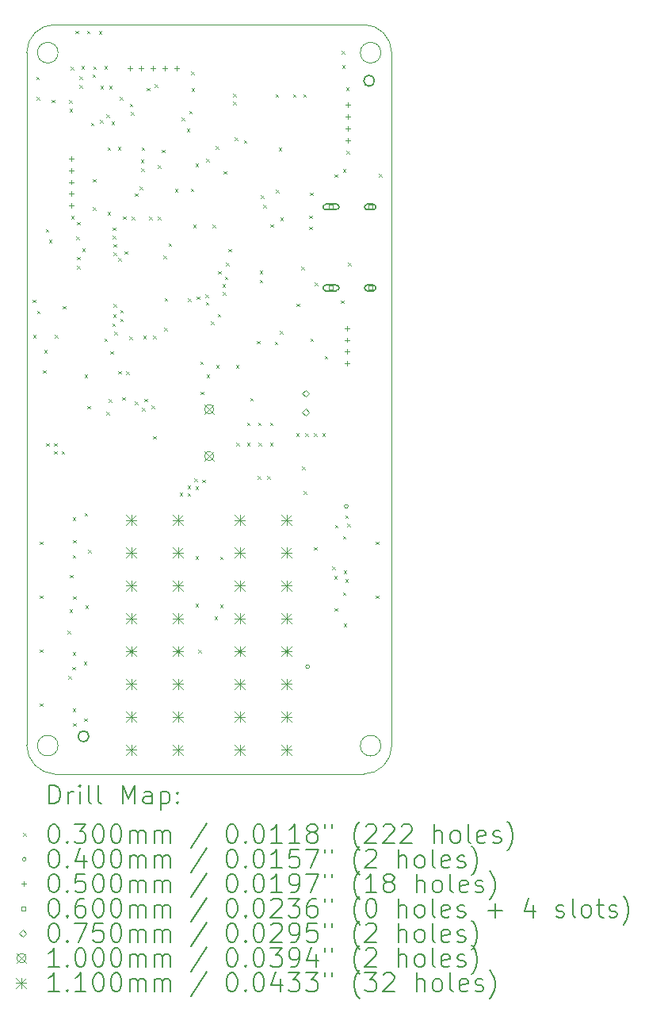
<source format=gbr>
%TF.GenerationSoftware,KiCad,Pcbnew,7.0.2-0*%
%TF.CreationDate,2023-12-01T11:24:23-06:00*%
%TF.ProjectId,Flight Computer,466c6967-6874-4204-936f-6d7075746572,1.1*%
%TF.SameCoordinates,Original*%
%TF.FileFunction,Drillmap*%
%TF.FilePolarity,Positive*%
%FSLAX45Y45*%
G04 Gerber Fmt 4.5, Leading zero omitted, Abs format (unit mm)*
G04 Created by KiCad (PCBNEW 7.0.2-0) date 2023-12-01 11:24:23*
%MOMM*%
%LPD*%
G01*
G04 APERTURE LIST*
%ADD10C,0.100000*%
%ADD11C,0.150000*%
%ADD12C,0.200000*%
%ADD13C,0.030000*%
%ADD14C,0.040000*%
%ADD15C,0.050000*%
%ADD16C,0.060000*%
%ADD17C,0.075000*%
%ADD18C,0.110000*%
G04 APERTURE END LIST*
D10*
X12300000Y-2153250D02*
G75*
G03*
X12000000Y-1853250I-300000J0D01*
G01*
X8735000Y-2153250D02*
G75*
G03*
X8735000Y-2153250I-110000J0D01*
G01*
X8700000Y-1853250D02*
G75*
G03*
X8400000Y-2153250I0J-300000D01*
G01*
D11*
X12116600Y-2453000D02*
G75*
G03*
X12116600Y-2453000I-57600J0D01*
G01*
D10*
X12000000Y-1853250D02*
X8700000Y-1853250D01*
X8735000Y-9550000D02*
G75*
G03*
X8735000Y-9550000I-110000J0D01*
G01*
X12185000Y-2153250D02*
G75*
G03*
X12185000Y-2153250I-110000J0D01*
G01*
X12000000Y-9853250D02*
G75*
G03*
X12300000Y-9553250I0J300000D01*
G01*
X8399765Y-9541118D02*
G75*
G03*
X8700000Y-9853250I312366J-2D01*
G01*
X12185000Y-9550000D02*
G75*
G03*
X12185000Y-9550000I-110000J0D01*
G01*
X8700000Y-9853250D02*
X12000000Y-9853250D01*
D11*
X9064600Y-9451000D02*
G75*
G03*
X9064600Y-9451000I-57600J0D01*
G01*
D10*
X12300000Y-9553250D02*
X12300000Y-2153250D01*
X8400000Y-2153250D02*
X8400000Y-9541118D01*
D12*
D13*
X8465000Y-4788250D02*
X8495000Y-4818250D01*
X8495000Y-4788250D02*
X8465000Y-4818250D01*
X8467000Y-5167000D02*
X8497000Y-5197000D01*
X8497000Y-5167000D02*
X8467000Y-5197000D01*
X8503000Y-2411000D02*
X8533000Y-2441000D01*
X8533000Y-2411000D02*
X8503000Y-2441000D01*
X8506000Y-2624000D02*
X8536000Y-2654000D01*
X8536000Y-2624000D02*
X8506000Y-2654000D01*
X8510000Y-4908250D02*
X8540000Y-4938250D01*
X8540000Y-4908250D02*
X8510000Y-4938250D01*
X8540000Y-7373000D02*
X8570000Y-7403000D01*
X8570000Y-7373000D02*
X8540000Y-7403000D01*
X8540000Y-7948000D02*
X8570000Y-7978000D01*
X8570000Y-7948000D02*
X8540000Y-7978000D01*
X8540000Y-8523000D02*
X8570000Y-8553000D01*
X8570000Y-8523000D02*
X8540000Y-8553000D01*
X8541000Y-9097000D02*
X8571000Y-9127000D01*
X8571000Y-9097000D02*
X8541000Y-9127000D01*
X8573000Y-5542000D02*
X8603000Y-5572000D01*
X8603000Y-5542000D02*
X8573000Y-5572000D01*
X8586000Y-5328000D02*
X8616000Y-5358000D01*
X8616000Y-5328000D02*
X8586000Y-5358000D01*
X8603000Y-4035000D02*
X8633000Y-4065000D01*
X8633000Y-4035000D02*
X8603000Y-4065000D01*
X8610000Y-6320000D02*
X8640000Y-6350000D01*
X8640000Y-6320000D02*
X8610000Y-6350000D01*
X8638000Y-4150250D02*
X8668000Y-4180250D01*
X8668000Y-4150250D02*
X8638000Y-4180250D01*
X8666000Y-2655000D02*
X8696000Y-2685000D01*
X8696000Y-2655000D02*
X8666000Y-2685000D01*
X8695000Y-6320000D02*
X8725000Y-6350000D01*
X8725000Y-6320000D02*
X8695000Y-6350000D01*
X8695000Y-6405000D02*
X8725000Y-6435000D01*
X8725000Y-6405000D02*
X8695000Y-6435000D01*
X8702000Y-5167000D02*
X8732000Y-5197000D01*
X8732000Y-5167000D02*
X8702000Y-5197000D01*
X8775000Y-6405000D02*
X8805000Y-6435000D01*
X8805000Y-6405000D02*
X8775000Y-6435000D01*
X8785000Y-4858250D02*
X8815000Y-4888250D01*
X8815000Y-4858250D02*
X8785000Y-4888250D01*
X8836000Y-8324000D02*
X8866000Y-8354000D01*
X8866000Y-8324000D02*
X8836000Y-8354000D01*
X8844000Y-8808000D02*
X8874000Y-8838000D01*
X8874000Y-8808000D02*
X8844000Y-8838000D01*
X8852000Y-2661000D02*
X8882000Y-2691000D01*
X8882000Y-2661000D02*
X8852000Y-2691000D01*
X8859000Y-8095000D02*
X8889000Y-8125000D01*
X8889000Y-8095000D02*
X8859000Y-8125000D01*
X8859500Y-2752500D02*
X8889500Y-2782500D01*
X8889500Y-2752500D02*
X8859500Y-2782500D01*
X8861000Y-7725000D02*
X8891000Y-7755000D01*
X8891000Y-7725000D02*
X8861000Y-7755000D01*
X8870994Y-2304657D02*
X8900994Y-2334657D01*
X8900994Y-2304657D02*
X8870994Y-2334657D01*
X8876000Y-3897000D02*
X8906000Y-3927000D01*
X8906000Y-3897000D02*
X8876000Y-3927000D01*
X8889000Y-8708000D02*
X8919000Y-8738000D01*
X8919000Y-8708000D02*
X8889000Y-8738000D01*
X8890000Y-7516000D02*
X8920000Y-7546000D01*
X8920000Y-7516000D02*
X8890000Y-7546000D01*
X8890000Y-8553000D02*
X8920000Y-8583000D01*
X8920000Y-8553000D02*
X8890000Y-8583000D01*
X8892000Y-7113000D02*
X8922000Y-7143000D01*
X8922000Y-7113000D02*
X8892000Y-7143000D01*
X8893000Y-9152000D02*
X8923000Y-9182000D01*
X8923000Y-9152000D02*
X8893000Y-9182000D01*
X8894000Y-9309000D02*
X8924000Y-9339000D01*
X8924000Y-9309000D02*
X8894000Y-9339000D01*
X8898000Y-7353000D02*
X8928000Y-7383000D01*
X8928000Y-7353000D02*
X8898000Y-7383000D01*
X8898000Y-7954000D02*
X8928000Y-7984000D01*
X8928000Y-7954000D02*
X8898000Y-7984000D01*
X8921000Y-1919000D02*
X8951000Y-1949000D01*
X8951000Y-1919000D02*
X8921000Y-1949000D01*
X8930000Y-4116000D02*
X8960000Y-4146000D01*
X8960000Y-4116000D02*
X8930000Y-4146000D01*
X8938000Y-3959750D02*
X8968000Y-3989750D01*
X8968000Y-3959750D02*
X8938000Y-3989750D01*
X8940000Y-4332000D02*
X8970000Y-4362000D01*
X8970000Y-4332000D02*
X8940000Y-4362000D01*
X8940000Y-4428750D02*
X8970000Y-4458750D01*
X8970000Y-4428750D02*
X8940000Y-4458750D01*
X8965000Y-2405000D02*
X8995000Y-2435000D01*
X8995000Y-2405000D02*
X8965000Y-2435000D01*
X8966000Y-2498000D02*
X8996000Y-2528000D01*
X8996000Y-2498000D02*
X8966000Y-2528000D01*
X8983000Y-2295000D02*
X9013000Y-2325000D01*
X9013000Y-2295000D02*
X8983000Y-2325000D01*
X8993000Y-4241000D02*
X9023000Y-4271000D01*
X9023000Y-4241000D02*
X8993000Y-4271000D01*
X9012000Y-8656000D02*
X9042000Y-8686000D01*
X9042000Y-8656000D02*
X9012000Y-8686000D01*
X9014000Y-9259000D02*
X9044000Y-9289000D01*
X9044000Y-9259000D02*
X9014000Y-9289000D01*
X9017000Y-7065000D02*
X9047000Y-7095000D01*
X9047000Y-7065000D02*
X9017000Y-7095000D01*
X9017500Y-5589500D02*
X9047500Y-5619500D01*
X9047500Y-5589500D02*
X9017500Y-5619500D01*
X9026000Y-8055000D02*
X9056000Y-8085000D01*
X9056000Y-8055000D02*
X9026000Y-8085000D01*
X9046000Y-1919000D02*
X9076000Y-1949000D01*
X9076000Y-1919000D02*
X9046000Y-1949000D01*
X9050000Y-5922000D02*
X9080000Y-5952000D01*
X9080000Y-5922000D02*
X9050000Y-5952000D01*
X9058000Y-7461000D02*
X9088000Y-7491000D01*
X9088000Y-7461000D02*
X9058000Y-7491000D01*
X9085000Y-2902000D02*
X9115000Y-2932000D01*
X9115000Y-2902000D02*
X9085000Y-2932000D01*
X9104950Y-2385000D02*
X9134950Y-2415000D01*
X9134950Y-2385000D02*
X9104950Y-2415000D01*
X9106000Y-3503000D02*
X9136000Y-3533000D01*
X9136000Y-3503000D02*
X9106000Y-3533000D01*
X9106000Y-3802000D02*
X9136000Y-3832000D01*
X9136000Y-3802000D02*
X9106000Y-3832000D01*
X9110000Y-2300000D02*
X9140000Y-2330000D01*
X9140000Y-2300000D02*
X9110000Y-2330000D01*
X9171000Y-1922000D02*
X9201000Y-1952000D01*
X9201000Y-1922000D02*
X9171000Y-1952000D01*
X9185354Y-2870412D02*
X9215354Y-2900412D01*
X9215354Y-2870412D02*
X9185354Y-2900412D01*
X9187000Y-2508950D02*
X9217000Y-2538950D01*
X9217000Y-2508950D02*
X9187000Y-2538950D01*
X9231000Y-2297000D02*
X9261000Y-2327000D01*
X9261000Y-2297000D02*
X9231000Y-2327000D01*
X9231841Y-5202933D02*
X9261841Y-5232933D01*
X9261841Y-5202933D02*
X9231841Y-5232933D01*
X9250776Y-2814282D02*
X9280776Y-2844282D01*
X9280776Y-2814282D02*
X9250776Y-2844282D01*
X9251787Y-5988787D02*
X9281787Y-6018787D01*
X9281787Y-5988787D02*
X9251787Y-6018787D01*
X9264000Y-3853000D02*
X9294000Y-3883000D01*
X9294000Y-3853000D02*
X9264000Y-3883000D01*
X9265498Y-3161502D02*
X9295498Y-3191502D01*
X9295498Y-3161502D02*
X9265498Y-3191502D01*
X9277500Y-5849500D02*
X9307500Y-5879500D01*
X9307500Y-5849500D02*
X9277500Y-5879500D01*
X9283000Y-2508950D02*
X9313000Y-2538950D01*
X9313000Y-2508950D02*
X9283000Y-2538950D01*
X9295795Y-5341205D02*
X9325795Y-5371205D01*
X9325795Y-5341205D02*
X9295795Y-5371205D01*
X9305000Y-2887000D02*
X9335000Y-2917000D01*
X9335000Y-2887000D02*
X9305000Y-2917000D01*
X9314471Y-5043250D02*
X9344471Y-5073250D01*
X9344471Y-5043250D02*
X9314471Y-5073250D01*
X9319000Y-4020000D02*
X9349000Y-4050000D01*
X9349000Y-4020000D02*
X9319000Y-4050000D01*
X9319000Y-4107000D02*
X9349000Y-4137000D01*
X9349000Y-4107000D02*
X9319000Y-4137000D01*
X9325000Y-4946000D02*
X9355000Y-4976000D01*
X9355000Y-4946000D02*
X9325000Y-4976000D01*
X9327000Y-4197000D02*
X9357000Y-4227000D01*
X9357000Y-4197000D02*
X9327000Y-4227000D01*
X9327000Y-4836000D02*
X9357000Y-4866000D01*
X9357000Y-4836000D02*
X9327000Y-4866000D01*
X9328000Y-4283000D02*
X9358000Y-4313000D01*
X9358000Y-4283000D02*
X9328000Y-4313000D01*
X9335032Y-5129968D02*
X9365032Y-5159968D01*
X9365032Y-5129968D02*
X9335032Y-5159968D01*
X9375000Y-3157000D02*
X9405000Y-3187000D01*
X9405000Y-3157000D02*
X9375000Y-3187000D01*
X9378000Y-4346000D02*
X9408000Y-4376000D01*
X9408000Y-4346000D02*
X9378000Y-4376000D01*
X9380000Y-5552000D02*
X9410000Y-5582000D01*
X9410000Y-5552000D02*
X9380000Y-5582000D01*
X9394594Y-2627050D02*
X9424594Y-2657050D01*
X9424594Y-2627050D02*
X9394594Y-2657050D01*
X9399920Y-4898559D02*
X9429920Y-4928559D01*
X9429920Y-4898559D02*
X9399920Y-4928559D01*
X9400079Y-4993303D02*
X9430079Y-5023303D01*
X9430079Y-4993303D02*
X9400079Y-5023303D01*
X9420000Y-5832000D02*
X9450000Y-5862000D01*
X9450000Y-5832000D02*
X9420000Y-5862000D01*
X9428708Y-3901738D02*
X9458708Y-3931738D01*
X9458708Y-3901738D02*
X9428708Y-3931738D01*
X9445387Y-4272613D02*
X9475387Y-4302613D01*
X9475387Y-4272613D02*
X9445387Y-4302613D01*
X9462673Y-5554327D02*
X9492673Y-5584327D01*
X9492673Y-5554327D02*
X9462673Y-5584327D01*
X9494897Y-5184860D02*
X9524897Y-5214860D01*
X9524897Y-5184860D02*
X9494897Y-5214860D01*
X9501000Y-2696000D02*
X9531000Y-2726000D01*
X9531000Y-2696000D02*
X9501000Y-2726000D01*
X9515000Y-2788250D02*
X9545000Y-2818250D01*
X9545000Y-2788250D02*
X9515000Y-2818250D01*
X9523000Y-3902000D02*
X9553000Y-3932000D01*
X9553000Y-3902000D02*
X9523000Y-3932000D01*
X9555000Y-3654000D02*
X9585000Y-3684000D01*
X9585000Y-3654000D02*
X9555000Y-3684000D01*
X9555183Y-5874795D02*
X9585183Y-5904795D01*
X9585183Y-5874795D02*
X9555183Y-5904795D01*
X9605000Y-3584750D02*
X9635000Y-3614750D01*
X9635000Y-3584750D02*
X9605000Y-3614750D01*
X9620000Y-3293200D02*
X9650000Y-3323200D01*
X9650000Y-3293200D02*
X9620000Y-3323200D01*
X9622000Y-3387000D02*
X9652000Y-3417000D01*
X9652000Y-3387000D02*
X9622000Y-3417000D01*
X9630000Y-3164450D02*
X9660000Y-3194450D01*
X9660000Y-3164450D02*
X9630000Y-3194450D01*
X9631940Y-5946743D02*
X9661940Y-5976743D01*
X9661940Y-5946743D02*
X9631940Y-5976743D01*
X9643969Y-5175900D02*
X9673969Y-5205900D01*
X9673969Y-5175900D02*
X9643969Y-5205900D01*
X9657500Y-5846500D02*
X9687500Y-5876500D01*
X9687500Y-5846500D02*
X9657500Y-5876500D01*
X9682000Y-2530000D02*
X9712000Y-2560000D01*
X9712000Y-2530000D02*
X9682000Y-2560000D01*
X9707550Y-3902000D02*
X9737550Y-3932000D01*
X9737550Y-3902000D02*
X9707550Y-3932000D01*
X9735500Y-5917500D02*
X9765500Y-5947500D01*
X9765500Y-5917500D02*
X9735500Y-5947500D01*
X9749000Y-6245000D02*
X9779000Y-6275000D01*
X9779000Y-6245000D02*
X9749000Y-6275000D01*
X9750824Y-5175800D02*
X9780824Y-5205800D01*
X9780824Y-5175800D02*
X9750824Y-5205800D01*
X9770250Y-2490000D02*
X9800250Y-2520000D01*
X9800250Y-2490000D02*
X9770250Y-2520000D01*
X9800000Y-3354245D02*
X9830000Y-3384245D01*
X9830000Y-3354245D02*
X9800000Y-3384245D01*
X9802395Y-3901950D02*
X9832395Y-3931950D01*
X9832395Y-3901950D02*
X9802395Y-3931950D01*
X9845450Y-3187000D02*
X9875450Y-3217000D01*
X9875450Y-3187000D02*
X9845450Y-3217000D01*
X9860000Y-4318250D02*
X9890000Y-4348250D01*
X9890000Y-4318250D02*
X9860000Y-4348250D01*
X9869000Y-5091000D02*
X9899000Y-5121000D01*
X9899000Y-5091000D02*
X9869000Y-5121000D01*
X9875000Y-4773250D02*
X9905000Y-4803250D01*
X9905000Y-4773250D02*
X9875000Y-4803250D01*
X9914967Y-4188966D02*
X9944967Y-4218967D01*
X9944967Y-4188966D02*
X9914967Y-4218967D01*
X9985000Y-3607000D02*
X10015000Y-3637000D01*
X10015000Y-3607000D02*
X9985000Y-3637000D01*
X10035000Y-6850000D02*
X10065000Y-6880000D01*
X10065000Y-6850000D02*
X10035000Y-6880000D01*
X10055000Y-2847000D02*
X10085000Y-2877000D01*
X10085000Y-2847000D02*
X10055000Y-2877000D01*
X10111621Y-2964574D02*
X10141621Y-2994574D01*
X10141621Y-2964574D02*
X10111621Y-2994574D01*
X10120000Y-6775000D02*
X10150000Y-6805000D01*
X10150000Y-6775000D02*
X10120000Y-6805000D01*
X10120000Y-6855000D02*
X10150000Y-6885000D01*
X10150000Y-6855000D02*
X10120000Y-6885000D01*
X10123000Y-4775000D02*
X10153000Y-4805000D01*
X10153000Y-4775000D02*
X10123000Y-4805000D01*
X10136000Y-2772000D02*
X10166000Y-2802000D01*
X10166000Y-2772000D02*
X10136000Y-2802000D01*
X10152450Y-3605100D02*
X10182450Y-3635100D01*
X10182450Y-3605100D02*
X10152450Y-3635100D01*
X10157000Y-2356000D02*
X10187000Y-2386000D01*
X10187000Y-2356000D02*
X10157000Y-2386000D01*
X10160000Y-2532000D02*
X10190000Y-2562000D01*
X10190000Y-2532000D02*
X10160000Y-2562000D01*
X10179729Y-3989507D02*
X10209729Y-4019507D01*
X10209729Y-3989507D02*
X10179729Y-4019507D01*
X10190000Y-6700000D02*
X10220000Y-6730000D01*
X10220000Y-6700000D02*
X10190000Y-6730000D01*
X10205000Y-3337000D02*
X10235000Y-3367000D01*
X10235000Y-3337000D02*
X10205000Y-3367000D01*
X10205000Y-6785000D02*
X10235000Y-6815000D01*
X10235000Y-6785000D02*
X10205000Y-6815000D01*
X10205000Y-7527000D02*
X10235000Y-7557000D01*
X10235000Y-7527000D02*
X10205000Y-7557000D01*
X10205000Y-8035000D02*
X10235000Y-8065000D01*
X10235000Y-8035000D02*
X10205000Y-8065000D01*
X10217000Y-4756000D02*
X10247000Y-4786000D01*
X10247000Y-4756000D02*
X10217000Y-4786000D01*
X10235000Y-8525000D02*
X10265000Y-8555000D01*
X10265000Y-8525000D02*
X10235000Y-8555000D01*
X10255000Y-5449000D02*
X10285000Y-5479000D01*
X10285000Y-5449000D02*
X10255000Y-5479000D01*
X10259000Y-5770000D02*
X10289000Y-5800000D01*
X10289000Y-5770000D02*
X10259000Y-5800000D01*
X10275000Y-6710000D02*
X10305000Y-6740000D01*
X10305000Y-6710000D02*
X10275000Y-6740000D01*
X10308000Y-4736000D02*
X10338000Y-4766000D01*
X10338000Y-4736000D02*
X10308000Y-4766000D01*
X10313000Y-4816000D02*
X10343000Y-4846000D01*
X10343000Y-4816000D02*
X10313000Y-4846000D01*
X10320000Y-3285800D02*
X10350000Y-3315800D01*
X10350000Y-3285800D02*
X10320000Y-3315800D01*
X10324000Y-5587000D02*
X10354000Y-5617000D01*
X10354000Y-5587000D02*
X10324000Y-5617000D01*
X10369000Y-5024000D02*
X10399000Y-5054000D01*
X10399000Y-5024000D02*
X10369000Y-5054000D01*
X10385000Y-3990000D02*
X10415000Y-4020000D01*
X10415000Y-3990000D02*
X10385000Y-4020000D01*
X10408000Y-8172000D02*
X10438000Y-8202000D01*
X10438000Y-8172000D02*
X10408000Y-8202000D01*
X10421050Y-3149000D02*
X10451050Y-3179000D01*
X10451050Y-3149000D02*
X10421050Y-3179000D01*
X10425042Y-5487000D02*
X10455042Y-5517000D01*
X10455042Y-5487000D02*
X10425042Y-5517000D01*
X10440000Y-4943000D02*
X10470000Y-4973000D01*
X10470000Y-4943000D02*
X10440000Y-4973000D01*
X10446000Y-4483000D02*
X10476000Y-4513000D01*
X10476000Y-4483000D02*
X10446000Y-4513000D01*
X10465000Y-7532000D02*
X10495000Y-7562000D01*
X10495000Y-7532000D02*
X10465000Y-7562000D01*
X10465000Y-8045000D02*
X10495000Y-8075000D01*
X10495000Y-8045000D02*
X10465000Y-8075000D01*
X10491000Y-4622000D02*
X10521000Y-4652000D01*
X10521000Y-4622000D02*
X10491000Y-4652000D01*
X10497000Y-4708000D02*
X10527000Y-4738000D01*
X10527000Y-4708000D02*
X10497000Y-4738000D01*
X10505000Y-3417000D02*
X10535000Y-3447000D01*
X10535000Y-3417000D02*
X10505000Y-3447000D01*
X10516000Y-4544000D02*
X10546000Y-4574000D01*
X10546000Y-4544000D02*
X10516000Y-4574000D01*
X10528700Y-4395550D02*
X10558700Y-4425550D01*
X10558700Y-4395550D02*
X10528700Y-4425550D01*
X10556000Y-4246250D02*
X10586000Y-4276250D01*
X10586000Y-4246250D02*
X10556000Y-4276250D01*
X10605000Y-2676000D02*
X10635000Y-2706000D01*
X10635000Y-2676000D02*
X10605000Y-2706000D01*
X10607842Y-2589842D02*
X10637842Y-2619842D01*
X10637842Y-2589842D02*
X10607842Y-2619842D01*
X10622000Y-3057000D02*
X10652000Y-3087000D01*
X10652000Y-3057000D02*
X10622000Y-3087000D01*
X10636250Y-5487000D02*
X10666250Y-5517000D01*
X10666250Y-5487000D02*
X10636250Y-5517000D01*
X10641000Y-6318000D02*
X10671000Y-6348000D01*
X10671000Y-6318000D02*
X10641000Y-6348000D01*
X10721000Y-3087000D02*
X10751000Y-3117000D01*
X10751000Y-3087000D02*
X10721000Y-3117000D01*
X10754000Y-6101000D02*
X10784000Y-6131000D01*
X10784000Y-6101000D02*
X10754000Y-6131000D01*
X10756000Y-6318000D02*
X10786000Y-6348000D01*
X10786000Y-6318000D02*
X10756000Y-6348000D01*
X10790000Y-5840000D02*
X10820000Y-5870000D01*
X10820000Y-5840000D02*
X10790000Y-5870000D01*
X10861000Y-5228250D02*
X10891000Y-5258250D01*
X10891000Y-5228250D02*
X10861000Y-5258250D01*
X10869000Y-6671000D02*
X10899000Y-6701000D01*
X10899000Y-6671000D02*
X10869000Y-6701000D01*
X10874000Y-6101000D02*
X10904000Y-6131000D01*
X10904000Y-6101000D02*
X10874000Y-6131000D01*
X10876000Y-6318000D02*
X10906000Y-6348000D01*
X10906000Y-6318000D02*
X10876000Y-6348000D01*
X10890000Y-4480000D02*
X10920000Y-4510000D01*
X10920000Y-4480000D02*
X10890000Y-4510000D01*
X10891000Y-4577000D02*
X10921000Y-4607000D01*
X10921000Y-4577000D02*
X10891000Y-4607000D01*
X10903000Y-3677000D02*
X10933000Y-3707000D01*
X10933000Y-3677000D02*
X10903000Y-3707000D01*
X10927000Y-3777000D02*
X10957000Y-3807000D01*
X10957000Y-3777000D02*
X10927000Y-3807000D01*
X10971000Y-6672000D02*
X11001000Y-6702000D01*
X11001000Y-6672000D02*
X10971000Y-6702000D01*
X10999000Y-6101000D02*
X11029000Y-6131000D01*
X11029000Y-6101000D02*
X10999000Y-6131000D01*
X11001000Y-6318000D02*
X11031000Y-6348000D01*
X11031000Y-6318000D02*
X11001000Y-6348000D01*
X11006000Y-3984000D02*
X11036000Y-4014000D01*
X11036000Y-3984000D02*
X11006000Y-4014000D01*
X11052500Y-5237500D02*
X11082500Y-5267500D01*
X11082500Y-5237500D02*
X11052500Y-5267500D01*
X11060000Y-2595000D02*
X11090000Y-2625000D01*
X11090000Y-2595000D02*
X11060000Y-2625000D01*
X11063000Y-3617000D02*
X11093000Y-3647000D01*
X11093000Y-3617000D02*
X11063000Y-3647000D01*
X11092000Y-3169250D02*
X11122000Y-3199250D01*
X11122000Y-3169250D02*
X11092000Y-3199250D01*
X11104887Y-5122887D02*
X11134887Y-5152887D01*
X11134887Y-5122887D02*
X11104887Y-5152887D01*
X11110000Y-3912000D02*
X11140000Y-3942000D01*
X11140000Y-3912000D02*
X11110000Y-3942000D01*
X11245000Y-2597000D02*
X11275000Y-2627000D01*
X11275000Y-2597000D02*
X11245000Y-2627000D01*
X11280000Y-6215000D02*
X11310000Y-6245000D01*
X11310000Y-6215000D02*
X11280000Y-6245000D01*
X11284000Y-4830000D02*
X11314000Y-4860000D01*
X11314000Y-4830000D02*
X11284000Y-4860000D01*
X11336538Y-4437462D02*
X11366538Y-4467462D01*
X11366538Y-4437462D02*
X11336538Y-4467462D01*
X11345000Y-6570000D02*
X11375000Y-6600000D01*
X11375000Y-6570000D02*
X11345000Y-6600000D01*
X11354000Y-2597000D02*
X11384000Y-2627000D01*
X11384000Y-2597000D02*
X11354000Y-2627000D01*
X11358000Y-6833000D02*
X11388000Y-6863000D01*
X11388000Y-6833000D02*
X11358000Y-6863000D01*
X11375000Y-6215000D02*
X11405000Y-6245000D01*
X11405000Y-6215000D02*
X11375000Y-6245000D01*
X11419000Y-4011000D02*
X11449000Y-4041000D01*
X11449000Y-4011000D02*
X11419000Y-4041000D01*
X11420000Y-3892000D02*
X11450000Y-3922000D01*
X11450000Y-3892000D02*
X11420000Y-3922000D01*
X11428000Y-3647000D02*
X11458000Y-3677000D01*
X11458000Y-3647000D02*
X11428000Y-3677000D01*
X11431000Y-5205000D02*
X11461000Y-5235000D01*
X11461000Y-5205000D02*
X11431000Y-5235000D01*
X11468000Y-7430000D02*
X11498000Y-7460000D01*
X11498000Y-7430000D02*
X11468000Y-7460000D01*
X11470000Y-6215000D02*
X11500000Y-6245000D01*
X11500000Y-6215000D02*
X11470000Y-6245000D01*
X11480000Y-4605000D02*
X11510000Y-4635000D01*
X11510000Y-4605000D02*
X11480000Y-4635000D01*
X11560000Y-6215000D02*
X11590000Y-6245000D01*
X11590000Y-6215000D02*
X11560000Y-6245000D01*
X11585000Y-5391000D02*
X11615000Y-5421000D01*
X11615000Y-5391000D02*
X11585000Y-5421000D01*
X11666000Y-7640000D02*
X11696000Y-7670000D01*
X11696000Y-7640000D02*
X11666000Y-7670000D01*
X11687000Y-7739000D02*
X11717000Y-7769000D01*
X11717000Y-7739000D02*
X11687000Y-7769000D01*
X11690500Y-3452000D02*
X11720500Y-3482000D01*
X11720500Y-3452000D02*
X11690500Y-3482000D01*
X11691000Y-8083000D02*
X11721000Y-8113000D01*
X11721000Y-8083000D02*
X11691000Y-8113000D01*
X11695000Y-7192000D02*
X11725000Y-7222000D01*
X11725000Y-7192000D02*
X11695000Y-7222000D01*
X11757000Y-4799000D02*
X11787000Y-4829000D01*
X11787000Y-4799000D02*
X11757000Y-4829000D01*
X11768000Y-2133000D02*
X11798000Y-2163000D01*
X11798000Y-2133000D02*
X11768000Y-2163000D01*
X11772000Y-2289000D02*
X11802000Y-2319000D01*
X11802000Y-2289000D02*
X11772000Y-2319000D01*
X11777000Y-7313000D02*
X11807000Y-7343000D01*
X11807000Y-7313000D02*
X11777000Y-7343000D01*
X11777000Y-7915000D02*
X11807000Y-7945000D01*
X11807000Y-7915000D02*
X11777000Y-7945000D01*
X11780050Y-3398250D02*
X11810050Y-3428250D01*
X11810050Y-3398250D02*
X11780050Y-3428250D01*
X11788000Y-8249000D02*
X11818000Y-8279000D01*
X11818000Y-8249000D02*
X11788000Y-8279000D01*
X11789000Y-7681000D02*
X11819000Y-7711000D01*
X11819000Y-7681000D02*
X11789000Y-7711000D01*
X11805000Y-7090000D02*
X11835000Y-7120000D01*
X11835000Y-7090000D02*
X11805000Y-7120000D01*
X11805000Y-7775000D02*
X11835000Y-7805000D01*
X11835000Y-7775000D02*
X11805000Y-7805000D01*
X11813000Y-2522000D02*
X11843000Y-2552000D01*
X11843000Y-2522000D02*
X11813000Y-2552000D01*
X11815000Y-3201000D02*
X11845000Y-3231000D01*
X11845000Y-3201000D02*
X11815000Y-3231000D01*
X11826000Y-7180000D02*
X11856000Y-7210000D01*
X11856000Y-7180000D02*
X11826000Y-7210000D01*
X11835000Y-4394000D02*
X11865000Y-4424000D01*
X11865000Y-4394000D02*
X11835000Y-4424000D01*
X12130000Y-7372000D02*
X12160000Y-7402000D01*
X12160000Y-7372000D02*
X12130000Y-7402000D01*
X12130000Y-7948000D02*
X12160000Y-7978000D01*
X12160000Y-7948000D02*
X12130000Y-7978000D01*
X12165500Y-3447000D02*
X12195500Y-3477000D01*
X12195500Y-3447000D02*
X12165500Y-3477000D01*
D14*
X11422000Y-8708000D02*
G75*
G03*
X11422000Y-8708000I-20000J0D01*
G01*
X11835000Y-6995000D02*
G75*
G03*
X11835000Y-6995000I-20000J0D01*
G01*
D15*
X8876000Y-3259000D02*
X8876000Y-3309000D01*
X8851000Y-3284000D02*
X8901000Y-3284000D01*
X8876000Y-3384000D02*
X8876000Y-3434000D01*
X8851000Y-3409000D02*
X8901000Y-3409000D01*
X8876000Y-3509000D02*
X8876000Y-3559000D01*
X8851000Y-3534000D02*
X8901000Y-3534000D01*
X8876000Y-3634000D02*
X8876000Y-3684000D01*
X8851000Y-3659000D02*
X8901000Y-3659000D01*
X8876000Y-3759000D02*
X8876000Y-3809000D01*
X8851000Y-3784000D02*
X8901000Y-3784000D01*
X9500000Y-2295000D02*
X9500000Y-2345000D01*
X9475000Y-2320000D02*
X9525000Y-2320000D01*
X9625000Y-2295000D02*
X9625000Y-2345000D01*
X9600000Y-2320000D02*
X9650000Y-2320000D01*
X9750000Y-2295000D02*
X9750000Y-2345000D01*
X9725000Y-2320000D02*
X9775000Y-2320000D01*
X9875000Y-2295000D02*
X9875000Y-2345000D01*
X9850000Y-2320000D02*
X9900000Y-2320000D01*
X10000000Y-2295000D02*
X10000000Y-2345000D01*
X9975000Y-2320000D02*
X10025000Y-2320000D01*
X11827000Y-5069000D02*
X11827000Y-5119000D01*
X11802000Y-5094000D02*
X11852000Y-5094000D01*
X11827000Y-5194000D02*
X11827000Y-5244000D01*
X11802000Y-5219000D02*
X11852000Y-5219000D01*
X11827000Y-5319000D02*
X11827000Y-5369000D01*
X11802000Y-5344000D02*
X11852000Y-5344000D01*
X11827000Y-5444000D02*
X11827000Y-5494000D01*
X11802000Y-5469000D02*
X11852000Y-5469000D01*
X11830000Y-2685750D02*
X11830000Y-2735750D01*
X11805000Y-2710750D02*
X11855000Y-2710750D01*
X11830000Y-2810750D02*
X11830000Y-2860750D01*
X11805000Y-2835750D02*
X11855000Y-2835750D01*
X11830000Y-2935750D02*
X11830000Y-2985750D01*
X11805000Y-2960750D02*
X11855000Y-2960750D01*
X11830000Y-3060750D02*
X11830000Y-3110750D01*
X11805000Y-3085750D02*
X11855000Y-3085750D01*
D16*
X11673213Y-3821213D02*
X11673213Y-3778787D01*
X11630787Y-3778787D01*
X11630787Y-3821213D01*
X11673213Y-3821213D01*
D12*
X11597000Y-3830000D02*
X11707000Y-3830000D01*
X11707000Y-3830000D02*
G75*
G03*
X11707000Y-3770000I0J30000D01*
G01*
X11707000Y-3770000D02*
X11597000Y-3770000D01*
X11597000Y-3770000D02*
G75*
G03*
X11597000Y-3830000I0J-30000D01*
G01*
D16*
X11673213Y-4685213D02*
X11673213Y-4642787D01*
X11630787Y-4642787D01*
X11630787Y-4685213D01*
X11673213Y-4685213D01*
D12*
X11597000Y-4694000D02*
X11707000Y-4694000D01*
X11707000Y-4694000D02*
G75*
G03*
X11707000Y-4634000I0J30000D01*
G01*
X11707000Y-4634000D02*
X11597000Y-4634000D01*
X11597000Y-4634000D02*
G75*
G03*
X11597000Y-4694000I0J-30000D01*
G01*
D16*
X12091213Y-3821213D02*
X12091213Y-3778787D01*
X12048787Y-3778787D01*
X12048787Y-3821213D01*
X12091213Y-3821213D01*
D12*
X12040000Y-3830000D02*
X12100000Y-3830000D01*
X12100000Y-3830000D02*
G75*
G03*
X12100000Y-3770000I0J30000D01*
G01*
X12100000Y-3770000D02*
X12040000Y-3770000D01*
X12040000Y-3770000D02*
G75*
G03*
X12040000Y-3830000I0J-30000D01*
G01*
D16*
X12091213Y-4685213D02*
X12091213Y-4642787D01*
X12048787Y-4642787D01*
X12048787Y-4685213D01*
X12091213Y-4685213D01*
D12*
X12040000Y-4694000D02*
X12100000Y-4694000D01*
X12100000Y-4694000D02*
G75*
G03*
X12100000Y-4634000I0J30000D01*
G01*
X12100000Y-4634000D02*
X12040000Y-4634000D01*
X12040000Y-4634000D02*
G75*
G03*
X12040000Y-4694000I0J-30000D01*
G01*
D17*
X11380000Y-5827500D02*
X11417500Y-5790000D01*
X11380000Y-5752500D01*
X11342500Y-5790000D01*
X11380000Y-5827500D01*
X11380000Y-6027500D02*
X11417500Y-5990000D01*
X11380000Y-5952500D01*
X11342500Y-5990000D01*
X11380000Y-6027500D01*
D10*
X10300000Y-5909000D02*
X10400000Y-6009000D01*
X10400000Y-5909000D02*
X10300000Y-6009000D01*
X10400000Y-5959000D02*
G75*
G03*
X10400000Y-5959000I-50000J0D01*
G01*
X10300000Y-6409000D02*
X10400000Y-6509000D01*
X10400000Y-6409000D02*
X10300000Y-6509000D01*
X10400000Y-6459000D02*
G75*
G03*
X10400000Y-6459000I-50000J0D01*
G01*
D18*
X9465000Y-7087000D02*
X9575000Y-7197000D01*
X9575000Y-7087000D02*
X9465000Y-7197000D01*
X9520000Y-7087000D02*
X9520000Y-7197000D01*
X9465000Y-7142000D02*
X9575000Y-7142000D01*
X9465000Y-7437000D02*
X9575000Y-7547000D01*
X9575000Y-7437000D02*
X9465000Y-7547000D01*
X9520000Y-7437000D02*
X9520000Y-7547000D01*
X9465000Y-7492000D02*
X9575000Y-7492000D01*
X9465000Y-7787000D02*
X9575000Y-7897000D01*
X9575000Y-7787000D02*
X9465000Y-7897000D01*
X9520000Y-7787000D02*
X9520000Y-7897000D01*
X9465000Y-7842000D02*
X9575000Y-7842000D01*
X9465000Y-8137000D02*
X9575000Y-8247000D01*
X9575000Y-8137000D02*
X9465000Y-8247000D01*
X9520000Y-8137000D02*
X9520000Y-8247000D01*
X9465000Y-8192000D02*
X9575000Y-8192000D01*
X9465000Y-8487000D02*
X9575000Y-8597000D01*
X9575000Y-8487000D02*
X9465000Y-8597000D01*
X9520000Y-8487000D02*
X9520000Y-8597000D01*
X9465000Y-8542000D02*
X9575000Y-8542000D01*
X9465000Y-8837000D02*
X9575000Y-8947000D01*
X9575000Y-8837000D02*
X9465000Y-8947000D01*
X9520000Y-8837000D02*
X9520000Y-8947000D01*
X9465000Y-8892000D02*
X9575000Y-8892000D01*
X9465000Y-9187000D02*
X9575000Y-9297000D01*
X9575000Y-9187000D02*
X9465000Y-9297000D01*
X9520000Y-9187000D02*
X9520000Y-9297000D01*
X9465000Y-9242000D02*
X9575000Y-9242000D01*
X9465000Y-9537000D02*
X9575000Y-9647000D01*
X9575000Y-9537000D02*
X9465000Y-9647000D01*
X9520000Y-9537000D02*
X9520000Y-9647000D01*
X9465000Y-9592000D02*
X9575000Y-9592000D01*
X9965000Y-7087000D02*
X10075000Y-7197000D01*
X10075000Y-7087000D02*
X9965000Y-7197000D01*
X10020000Y-7087000D02*
X10020000Y-7197000D01*
X9965000Y-7142000D02*
X10075000Y-7142000D01*
X9965000Y-7437000D02*
X10075000Y-7547000D01*
X10075000Y-7437000D02*
X9965000Y-7547000D01*
X10020000Y-7437000D02*
X10020000Y-7547000D01*
X9965000Y-7492000D02*
X10075000Y-7492000D01*
X9965000Y-7787000D02*
X10075000Y-7897000D01*
X10075000Y-7787000D02*
X9965000Y-7897000D01*
X10020000Y-7787000D02*
X10020000Y-7897000D01*
X9965000Y-7842000D02*
X10075000Y-7842000D01*
X9965000Y-8137000D02*
X10075000Y-8247000D01*
X10075000Y-8137000D02*
X9965000Y-8247000D01*
X10020000Y-8137000D02*
X10020000Y-8247000D01*
X9965000Y-8192000D02*
X10075000Y-8192000D01*
X9965000Y-8487000D02*
X10075000Y-8597000D01*
X10075000Y-8487000D02*
X9965000Y-8597000D01*
X10020000Y-8487000D02*
X10020000Y-8597000D01*
X9965000Y-8542000D02*
X10075000Y-8542000D01*
X9965000Y-8837000D02*
X10075000Y-8947000D01*
X10075000Y-8837000D02*
X9965000Y-8947000D01*
X10020000Y-8837000D02*
X10020000Y-8947000D01*
X9965000Y-8892000D02*
X10075000Y-8892000D01*
X9965000Y-9187000D02*
X10075000Y-9297000D01*
X10075000Y-9187000D02*
X9965000Y-9297000D01*
X10020000Y-9187000D02*
X10020000Y-9297000D01*
X9965000Y-9242000D02*
X10075000Y-9242000D01*
X9965000Y-9537000D02*
X10075000Y-9647000D01*
X10075000Y-9537000D02*
X9965000Y-9647000D01*
X10020000Y-9537000D02*
X10020000Y-9647000D01*
X9965000Y-9592000D02*
X10075000Y-9592000D01*
X10624000Y-7087000D02*
X10734000Y-7197000D01*
X10734000Y-7087000D02*
X10624000Y-7197000D01*
X10679000Y-7087000D02*
X10679000Y-7197000D01*
X10624000Y-7142000D02*
X10734000Y-7142000D01*
X10624000Y-7437000D02*
X10734000Y-7547000D01*
X10734000Y-7437000D02*
X10624000Y-7547000D01*
X10679000Y-7437000D02*
X10679000Y-7547000D01*
X10624000Y-7492000D02*
X10734000Y-7492000D01*
X10624000Y-7787000D02*
X10734000Y-7897000D01*
X10734000Y-7787000D02*
X10624000Y-7897000D01*
X10679000Y-7787000D02*
X10679000Y-7897000D01*
X10624000Y-7842000D02*
X10734000Y-7842000D01*
X10624000Y-8137000D02*
X10734000Y-8247000D01*
X10734000Y-8137000D02*
X10624000Y-8247000D01*
X10679000Y-8137000D02*
X10679000Y-8247000D01*
X10624000Y-8192000D02*
X10734000Y-8192000D01*
X10624000Y-8487000D02*
X10734000Y-8597000D01*
X10734000Y-8487000D02*
X10624000Y-8597000D01*
X10679000Y-8487000D02*
X10679000Y-8597000D01*
X10624000Y-8542000D02*
X10734000Y-8542000D01*
X10624000Y-8837000D02*
X10734000Y-8947000D01*
X10734000Y-8837000D02*
X10624000Y-8947000D01*
X10679000Y-8837000D02*
X10679000Y-8947000D01*
X10624000Y-8892000D02*
X10734000Y-8892000D01*
X10624000Y-9187000D02*
X10734000Y-9297000D01*
X10734000Y-9187000D02*
X10624000Y-9297000D01*
X10679000Y-9187000D02*
X10679000Y-9297000D01*
X10624000Y-9242000D02*
X10734000Y-9242000D01*
X10624000Y-9537000D02*
X10734000Y-9647000D01*
X10734000Y-9537000D02*
X10624000Y-9647000D01*
X10679000Y-9537000D02*
X10679000Y-9647000D01*
X10624000Y-9592000D02*
X10734000Y-9592000D01*
X11124000Y-7087000D02*
X11234000Y-7197000D01*
X11234000Y-7087000D02*
X11124000Y-7197000D01*
X11179000Y-7087000D02*
X11179000Y-7197000D01*
X11124000Y-7142000D02*
X11234000Y-7142000D01*
X11124000Y-7437000D02*
X11234000Y-7547000D01*
X11234000Y-7437000D02*
X11124000Y-7547000D01*
X11179000Y-7437000D02*
X11179000Y-7547000D01*
X11124000Y-7492000D02*
X11234000Y-7492000D01*
X11124000Y-7787000D02*
X11234000Y-7897000D01*
X11234000Y-7787000D02*
X11124000Y-7897000D01*
X11179000Y-7787000D02*
X11179000Y-7897000D01*
X11124000Y-7842000D02*
X11234000Y-7842000D01*
X11124000Y-8137000D02*
X11234000Y-8247000D01*
X11234000Y-8137000D02*
X11124000Y-8247000D01*
X11179000Y-8137000D02*
X11179000Y-8247000D01*
X11124000Y-8192000D02*
X11234000Y-8192000D01*
X11124000Y-8487000D02*
X11234000Y-8597000D01*
X11234000Y-8487000D02*
X11124000Y-8597000D01*
X11179000Y-8487000D02*
X11179000Y-8597000D01*
X11124000Y-8542000D02*
X11234000Y-8542000D01*
X11124000Y-8837000D02*
X11234000Y-8947000D01*
X11234000Y-8837000D02*
X11124000Y-8947000D01*
X11179000Y-8837000D02*
X11179000Y-8947000D01*
X11124000Y-8892000D02*
X11234000Y-8892000D01*
X11124000Y-9187000D02*
X11234000Y-9297000D01*
X11234000Y-9187000D02*
X11124000Y-9297000D01*
X11179000Y-9187000D02*
X11179000Y-9297000D01*
X11124000Y-9242000D02*
X11234000Y-9242000D01*
X11124000Y-9537000D02*
X11234000Y-9647000D01*
X11234000Y-9537000D02*
X11124000Y-9647000D01*
X11179000Y-9537000D02*
X11179000Y-9647000D01*
X11124000Y-9592000D02*
X11234000Y-9592000D01*
D12*
X8642383Y-10170774D02*
X8642383Y-9970774D01*
X8642383Y-9970774D02*
X8690002Y-9970774D01*
X8690002Y-9970774D02*
X8718574Y-9980298D01*
X8718574Y-9980298D02*
X8737622Y-9999345D01*
X8737622Y-9999345D02*
X8747145Y-10018393D01*
X8747145Y-10018393D02*
X8756669Y-10056488D01*
X8756669Y-10056488D02*
X8756669Y-10085060D01*
X8756669Y-10085060D02*
X8747145Y-10123155D01*
X8747145Y-10123155D02*
X8737622Y-10142202D01*
X8737622Y-10142202D02*
X8718574Y-10161250D01*
X8718574Y-10161250D02*
X8690002Y-10170774D01*
X8690002Y-10170774D02*
X8642383Y-10170774D01*
X8842383Y-10170774D02*
X8842383Y-10037440D01*
X8842383Y-10075536D02*
X8851907Y-10056488D01*
X8851907Y-10056488D02*
X8861431Y-10046964D01*
X8861431Y-10046964D02*
X8880479Y-10037440D01*
X8880479Y-10037440D02*
X8899526Y-10037440D01*
X8966193Y-10170774D02*
X8966193Y-10037440D01*
X8966193Y-9970774D02*
X8956669Y-9980298D01*
X8956669Y-9980298D02*
X8966193Y-9989821D01*
X8966193Y-9989821D02*
X8975717Y-9980298D01*
X8975717Y-9980298D02*
X8966193Y-9970774D01*
X8966193Y-9970774D02*
X8966193Y-9989821D01*
X9090002Y-10170774D02*
X9070955Y-10161250D01*
X9070955Y-10161250D02*
X9061431Y-10142202D01*
X9061431Y-10142202D02*
X9061431Y-9970774D01*
X9194764Y-10170774D02*
X9175717Y-10161250D01*
X9175717Y-10161250D02*
X9166193Y-10142202D01*
X9166193Y-10142202D02*
X9166193Y-9970774D01*
X9423336Y-10170774D02*
X9423336Y-9970774D01*
X9423336Y-9970774D02*
X9490003Y-10113631D01*
X9490003Y-10113631D02*
X9556669Y-9970774D01*
X9556669Y-9970774D02*
X9556669Y-10170774D01*
X9737622Y-10170774D02*
X9737622Y-10066012D01*
X9737622Y-10066012D02*
X9728098Y-10046964D01*
X9728098Y-10046964D02*
X9709050Y-10037440D01*
X9709050Y-10037440D02*
X9670955Y-10037440D01*
X9670955Y-10037440D02*
X9651907Y-10046964D01*
X9737622Y-10161250D02*
X9718574Y-10170774D01*
X9718574Y-10170774D02*
X9670955Y-10170774D01*
X9670955Y-10170774D02*
X9651907Y-10161250D01*
X9651907Y-10161250D02*
X9642383Y-10142202D01*
X9642383Y-10142202D02*
X9642383Y-10123155D01*
X9642383Y-10123155D02*
X9651907Y-10104107D01*
X9651907Y-10104107D02*
X9670955Y-10094583D01*
X9670955Y-10094583D02*
X9718574Y-10094583D01*
X9718574Y-10094583D02*
X9737622Y-10085060D01*
X9832860Y-10037440D02*
X9832860Y-10237440D01*
X9832860Y-10046964D02*
X9851907Y-10037440D01*
X9851907Y-10037440D02*
X9890003Y-10037440D01*
X9890003Y-10037440D02*
X9909050Y-10046964D01*
X9909050Y-10046964D02*
X9918574Y-10056488D01*
X9918574Y-10056488D02*
X9928098Y-10075536D01*
X9928098Y-10075536D02*
X9928098Y-10132679D01*
X9928098Y-10132679D02*
X9918574Y-10151726D01*
X9918574Y-10151726D02*
X9909050Y-10161250D01*
X9909050Y-10161250D02*
X9890003Y-10170774D01*
X9890003Y-10170774D02*
X9851907Y-10170774D01*
X9851907Y-10170774D02*
X9832860Y-10161250D01*
X10013812Y-10151726D02*
X10023336Y-10161250D01*
X10023336Y-10161250D02*
X10013812Y-10170774D01*
X10013812Y-10170774D02*
X10004288Y-10161250D01*
X10004288Y-10161250D02*
X10013812Y-10151726D01*
X10013812Y-10151726D02*
X10013812Y-10170774D01*
X10013812Y-10046964D02*
X10023336Y-10056488D01*
X10023336Y-10056488D02*
X10013812Y-10066012D01*
X10013812Y-10066012D02*
X10004288Y-10056488D01*
X10004288Y-10056488D02*
X10013812Y-10046964D01*
X10013812Y-10046964D02*
X10013812Y-10066012D01*
D13*
X8364764Y-10483250D02*
X8394764Y-10513250D01*
X8394764Y-10483250D02*
X8364764Y-10513250D01*
D12*
X8680479Y-10390774D02*
X8699526Y-10390774D01*
X8699526Y-10390774D02*
X8718574Y-10400298D01*
X8718574Y-10400298D02*
X8728098Y-10409821D01*
X8728098Y-10409821D02*
X8737622Y-10428869D01*
X8737622Y-10428869D02*
X8747145Y-10466964D01*
X8747145Y-10466964D02*
X8747145Y-10514583D01*
X8747145Y-10514583D02*
X8737622Y-10552679D01*
X8737622Y-10552679D02*
X8728098Y-10571726D01*
X8728098Y-10571726D02*
X8718574Y-10581250D01*
X8718574Y-10581250D02*
X8699526Y-10590774D01*
X8699526Y-10590774D02*
X8680479Y-10590774D01*
X8680479Y-10590774D02*
X8661431Y-10581250D01*
X8661431Y-10581250D02*
X8651907Y-10571726D01*
X8651907Y-10571726D02*
X8642383Y-10552679D01*
X8642383Y-10552679D02*
X8632860Y-10514583D01*
X8632860Y-10514583D02*
X8632860Y-10466964D01*
X8632860Y-10466964D02*
X8642383Y-10428869D01*
X8642383Y-10428869D02*
X8651907Y-10409821D01*
X8651907Y-10409821D02*
X8661431Y-10400298D01*
X8661431Y-10400298D02*
X8680479Y-10390774D01*
X8832860Y-10571726D02*
X8842383Y-10581250D01*
X8842383Y-10581250D02*
X8832860Y-10590774D01*
X8832860Y-10590774D02*
X8823336Y-10581250D01*
X8823336Y-10581250D02*
X8832860Y-10571726D01*
X8832860Y-10571726D02*
X8832860Y-10590774D01*
X8909050Y-10390774D02*
X9032860Y-10390774D01*
X9032860Y-10390774D02*
X8966193Y-10466964D01*
X8966193Y-10466964D02*
X8994764Y-10466964D01*
X8994764Y-10466964D02*
X9013812Y-10476488D01*
X9013812Y-10476488D02*
X9023336Y-10486012D01*
X9023336Y-10486012D02*
X9032860Y-10505060D01*
X9032860Y-10505060D02*
X9032860Y-10552679D01*
X9032860Y-10552679D02*
X9023336Y-10571726D01*
X9023336Y-10571726D02*
X9013812Y-10581250D01*
X9013812Y-10581250D02*
X8994764Y-10590774D01*
X8994764Y-10590774D02*
X8937622Y-10590774D01*
X8937622Y-10590774D02*
X8918574Y-10581250D01*
X8918574Y-10581250D02*
X8909050Y-10571726D01*
X9156669Y-10390774D02*
X9175717Y-10390774D01*
X9175717Y-10390774D02*
X9194764Y-10400298D01*
X9194764Y-10400298D02*
X9204288Y-10409821D01*
X9204288Y-10409821D02*
X9213812Y-10428869D01*
X9213812Y-10428869D02*
X9223336Y-10466964D01*
X9223336Y-10466964D02*
X9223336Y-10514583D01*
X9223336Y-10514583D02*
X9213812Y-10552679D01*
X9213812Y-10552679D02*
X9204288Y-10571726D01*
X9204288Y-10571726D02*
X9194764Y-10581250D01*
X9194764Y-10581250D02*
X9175717Y-10590774D01*
X9175717Y-10590774D02*
X9156669Y-10590774D01*
X9156669Y-10590774D02*
X9137622Y-10581250D01*
X9137622Y-10581250D02*
X9128098Y-10571726D01*
X9128098Y-10571726D02*
X9118574Y-10552679D01*
X9118574Y-10552679D02*
X9109050Y-10514583D01*
X9109050Y-10514583D02*
X9109050Y-10466964D01*
X9109050Y-10466964D02*
X9118574Y-10428869D01*
X9118574Y-10428869D02*
X9128098Y-10409821D01*
X9128098Y-10409821D02*
X9137622Y-10400298D01*
X9137622Y-10400298D02*
X9156669Y-10390774D01*
X9347145Y-10390774D02*
X9366193Y-10390774D01*
X9366193Y-10390774D02*
X9385241Y-10400298D01*
X9385241Y-10400298D02*
X9394764Y-10409821D01*
X9394764Y-10409821D02*
X9404288Y-10428869D01*
X9404288Y-10428869D02*
X9413812Y-10466964D01*
X9413812Y-10466964D02*
X9413812Y-10514583D01*
X9413812Y-10514583D02*
X9404288Y-10552679D01*
X9404288Y-10552679D02*
X9394764Y-10571726D01*
X9394764Y-10571726D02*
X9385241Y-10581250D01*
X9385241Y-10581250D02*
X9366193Y-10590774D01*
X9366193Y-10590774D02*
X9347145Y-10590774D01*
X9347145Y-10590774D02*
X9328098Y-10581250D01*
X9328098Y-10581250D02*
X9318574Y-10571726D01*
X9318574Y-10571726D02*
X9309050Y-10552679D01*
X9309050Y-10552679D02*
X9299526Y-10514583D01*
X9299526Y-10514583D02*
X9299526Y-10466964D01*
X9299526Y-10466964D02*
X9309050Y-10428869D01*
X9309050Y-10428869D02*
X9318574Y-10409821D01*
X9318574Y-10409821D02*
X9328098Y-10400298D01*
X9328098Y-10400298D02*
X9347145Y-10390774D01*
X9499526Y-10590774D02*
X9499526Y-10457440D01*
X9499526Y-10476488D02*
X9509050Y-10466964D01*
X9509050Y-10466964D02*
X9528098Y-10457440D01*
X9528098Y-10457440D02*
X9556669Y-10457440D01*
X9556669Y-10457440D02*
X9575717Y-10466964D01*
X9575717Y-10466964D02*
X9585241Y-10486012D01*
X9585241Y-10486012D02*
X9585241Y-10590774D01*
X9585241Y-10486012D02*
X9594764Y-10466964D01*
X9594764Y-10466964D02*
X9613812Y-10457440D01*
X9613812Y-10457440D02*
X9642383Y-10457440D01*
X9642383Y-10457440D02*
X9661431Y-10466964D01*
X9661431Y-10466964D02*
X9670955Y-10486012D01*
X9670955Y-10486012D02*
X9670955Y-10590774D01*
X9766193Y-10590774D02*
X9766193Y-10457440D01*
X9766193Y-10476488D02*
X9775717Y-10466964D01*
X9775717Y-10466964D02*
X9794764Y-10457440D01*
X9794764Y-10457440D02*
X9823336Y-10457440D01*
X9823336Y-10457440D02*
X9842384Y-10466964D01*
X9842384Y-10466964D02*
X9851907Y-10486012D01*
X9851907Y-10486012D02*
X9851907Y-10590774D01*
X9851907Y-10486012D02*
X9861431Y-10466964D01*
X9861431Y-10466964D02*
X9880479Y-10457440D01*
X9880479Y-10457440D02*
X9909050Y-10457440D01*
X9909050Y-10457440D02*
X9928098Y-10466964D01*
X9928098Y-10466964D02*
X9937622Y-10486012D01*
X9937622Y-10486012D02*
X9937622Y-10590774D01*
X10328098Y-10381250D02*
X10156669Y-10638393D01*
X10585241Y-10390774D02*
X10604288Y-10390774D01*
X10604288Y-10390774D02*
X10623336Y-10400298D01*
X10623336Y-10400298D02*
X10632860Y-10409821D01*
X10632860Y-10409821D02*
X10642384Y-10428869D01*
X10642384Y-10428869D02*
X10651907Y-10466964D01*
X10651907Y-10466964D02*
X10651907Y-10514583D01*
X10651907Y-10514583D02*
X10642384Y-10552679D01*
X10642384Y-10552679D02*
X10632860Y-10571726D01*
X10632860Y-10571726D02*
X10623336Y-10581250D01*
X10623336Y-10581250D02*
X10604288Y-10590774D01*
X10604288Y-10590774D02*
X10585241Y-10590774D01*
X10585241Y-10590774D02*
X10566193Y-10581250D01*
X10566193Y-10581250D02*
X10556669Y-10571726D01*
X10556669Y-10571726D02*
X10547146Y-10552679D01*
X10547146Y-10552679D02*
X10537622Y-10514583D01*
X10537622Y-10514583D02*
X10537622Y-10466964D01*
X10537622Y-10466964D02*
X10547146Y-10428869D01*
X10547146Y-10428869D02*
X10556669Y-10409821D01*
X10556669Y-10409821D02*
X10566193Y-10400298D01*
X10566193Y-10400298D02*
X10585241Y-10390774D01*
X10737622Y-10571726D02*
X10747146Y-10581250D01*
X10747146Y-10581250D02*
X10737622Y-10590774D01*
X10737622Y-10590774D02*
X10728098Y-10581250D01*
X10728098Y-10581250D02*
X10737622Y-10571726D01*
X10737622Y-10571726D02*
X10737622Y-10590774D01*
X10870955Y-10390774D02*
X10890003Y-10390774D01*
X10890003Y-10390774D02*
X10909050Y-10400298D01*
X10909050Y-10400298D02*
X10918574Y-10409821D01*
X10918574Y-10409821D02*
X10928098Y-10428869D01*
X10928098Y-10428869D02*
X10937622Y-10466964D01*
X10937622Y-10466964D02*
X10937622Y-10514583D01*
X10937622Y-10514583D02*
X10928098Y-10552679D01*
X10928098Y-10552679D02*
X10918574Y-10571726D01*
X10918574Y-10571726D02*
X10909050Y-10581250D01*
X10909050Y-10581250D02*
X10890003Y-10590774D01*
X10890003Y-10590774D02*
X10870955Y-10590774D01*
X10870955Y-10590774D02*
X10851907Y-10581250D01*
X10851907Y-10581250D02*
X10842384Y-10571726D01*
X10842384Y-10571726D02*
X10832860Y-10552679D01*
X10832860Y-10552679D02*
X10823336Y-10514583D01*
X10823336Y-10514583D02*
X10823336Y-10466964D01*
X10823336Y-10466964D02*
X10832860Y-10428869D01*
X10832860Y-10428869D02*
X10842384Y-10409821D01*
X10842384Y-10409821D02*
X10851907Y-10400298D01*
X10851907Y-10400298D02*
X10870955Y-10390774D01*
X11128098Y-10590774D02*
X11013812Y-10590774D01*
X11070955Y-10590774D02*
X11070955Y-10390774D01*
X11070955Y-10390774D02*
X11051907Y-10419345D01*
X11051907Y-10419345D02*
X11032860Y-10438393D01*
X11032860Y-10438393D02*
X11013812Y-10447917D01*
X11318574Y-10590774D02*
X11204288Y-10590774D01*
X11261431Y-10590774D02*
X11261431Y-10390774D01*
X11261431Y-10390774D02*
X11242384Y-10419345D01*
X11242384Y-10419345D02*
X11223336Y-10438393D01*
X11223336Y-10438393D02*
X11204288Y-10447917D01*
X11432860Y-10476488D02*
X11413812Y-10466964D01*
X11413812Y-10466964D02*
X11404288Y-10457440D01*
X11404288Y-10457440D02*
X11394765Y-10438393D01*
X11394765Y-10438393D02*
X11394765Y-10428869D01*
X11394765Y-10428869D02*
X11404288Y-10409821D01*
X11404288Y-10409821D02*
X11413812Y-10400298D01*
X11413812Y-10400298D02*
X11432860Y-10390774D01*
X11432860Y-10390774D02*
X11470955Y-10390774D01*
X11470955Y-10390774D02*
X11490003Y-10400298D01*
X11490003Y-10400298D02*
X11499526Y-10409821D01*
X11499526Y-10409821D02*
X11509050Y-10428869D01*
X11509050Y-10428869D02*
X11509050Y-10438393D01*
X11509050Y-10438393D02*
X11499526Y-10457440D01*
X11499526Y-10457440D02*
X11490003Y-10466964D01*
X11490003Y-10466964D02*
X11470955Y-10476488D01*
X11470955Y-10476488D02*
X11432860Y-10476488D01*
X11432860Y-10476488D02*
X11413812Y-10486012D01*
X11413812Y-10486012D02*
X11404288Y-10495536D01*
X11404288Y-10495536D02*
X11394765Y-10514583D01*
X11394765Y-10514583D02*
X11394765Y-10552679D01*
X11394765Y-10552679D02*
X11404288Y-10571726D01*
X11404288Y-10571726D02*
X11413812Y-10581250D01*
X11413812Y-10581250D02*
X11432860Y-10590774D01*
X11432860Y-10590774D02*
X11470955Y-10590774D01*
X11470955Y-10590774D02*
X11490003Y-10581250D01*
X11490003Y-10581250D02*
X11499526Y-10571726D01*
X11499526Y-10571726D02*
X11509050Y-10552679D01*
X11509050Y-10552679D02*
X11509050Y-10514583D01*
X11509050Y-10514583D02*
X11499526Y-10495536D01*
X11499526Y-10495536D02*
X11490003Y-10486012D01*
X11490003Y-10486012D02*
X11470955Y-10476488D01*
X11585241Y-10390774D02*
X11585241Y-10428869D01*
X11661431Y-10390774D02*
X11661431Y-10428869D01*
X11956669Y-10666964D02*
X11947146Y-10657440D01*
X11947146Y-10657440D02*
X11928098Y-10628869D01*
X11928098Y-10628869D02*
X11918574Y-10609821D01*
X11918574Y-10609821D02*
X11909050Y-10581250D01*
X11909050Y-10581250D02*
X11899527Y-10533631D01*
X11899527Y-10533631D02*
X11899527Y-10495536D01*
X11899527Y-10495536D02*
X11909050Y-10447917D01*
X11909050Y-10447917D02*
X11918574Y-10419345D01*
X11918574Y-10419345D02*
X11928098Y-10400298D01*
X11928098Y-10400298D02*
X11947146Y-10371726D01*
X11947146Y-10371726D02*
X11956669Y-10362202D01*
X12023336Y-10409821D02*
X12032860Y-10400298D01*
X12032860Y-10400298D02*
X12051907Y-10390774D01*
X12051907Y-10390774D02*
X12099527Y-10390774D01*
X12099527Y-10390774D02*
X12118574Y-10400298D01*
X12118574Y-10400298D02*
X12128098Y-10409821D01*
X12128098Y-10409821D02*
X12137622Y-10428869D01*
X12137622Y-10428869D02*
X12137622Y-10447917D01*
X12137622Y-10447917D02*
X12128098Y-10476488D01*
X12128098Y-10476488D02*
X12013812Y-10590774D01*
X12013812Y-10590774D02*
X12137622Y-10590774D01*
X12213812Y-10409821D02*
X12223336Y-10400298D01*
X12223336Y-10400298D02*
X12242384Y-10390774D01*
X12242384Y-10390774D02*
X12290003Y-10390774D01*
X12290003Y-10390774D02*
X12309050Y-10400298D01*
X12309050Y-10400298D02*
X12318574Y-10409821D01*
X12318574Y-10409821D02*
X12328098Y-10428869D01*
X12328098Y-10428869D02*
X12328098Y-10447917D01*
X12328098Y-10447917D02*
X12318574Y-10476488D01*
X12318574Y-10476488D02*
X12204288Y-10590774D01*
X12204288Y-10590774D02*
X12328098Y-10590774D01*
X12404288Y-10409821D02*
X12413812Y-10400298D01*
X12413812Y-10400298D02*
X12432860Y-10390774D01*
X12432860Y-10390774D02*
X12480479Y-10390774D01*
X12480479Y-10390774D02*
X12499527Y-10400298D01*
X12499527Y-10400298D02*
X12509050Y-10409821D01*
X12509050Y-10409821D02*
X12518574Y-10428869D01*
X12518574Y-10428869D02*
X12518574Y-10447917D01*
X12518574Y-10447917D02*
X12509050Y-10476488D01*
X12509050Y-10476488D02*
X12394765Y-10590774D01*
X12394765Y-10590774D02*
X12518574Y-10590774D01*
X12756669Y-10590774D02*
X12756669Y-10390774D01*
X12842384Y-10590774D02*
X12842384Y-10486012D01*
X12842384Y-10486012D02*
X12832860Y-10466964D01*
X12832860Y-10466964D02*
X12813812Y-10457440D01*
X12813812Y-10457440D02*
X12785241Y-10457440D01*
X12785241Y-10457440D02*
X12766193Y-10466964D01*
X12766193Y-10466964D02*
X12756669Y-10476488D01*
X12966193Y-10590774D02*
X12947146Y-10581250D01*
X12947146Y-10581250D02*
X12937622Y-10571726D01*
X12937622Y-10571726D02*
X12928098Y-10552679D01*
X12928098Y-10552679D02*
X12928098Y-10495536D01*
X12928098Y-10495536D02*
X12937622Y-10476488D01*
X12937622Y-10476488D02*
X12947146Y-10466964D01*
X12947146Y-10466964D02*
X12966193Y-10457440D01*
X12966193Y-10457440D02*
X12994765Y-10457440D01*
X12994765Y-10457440D02*
X13013812Y-10466964D01*
X13013812Y-10466964D02*
X13023336Y-10476488D01*
X13023336Y-10476488D02*
X13032860Y-10495536D01*
X13032860Y-10495536D02*
X13032860Y-10552679D01*
X13032860Y-10552679D02*
X13023336Y-10571726D01*
X13023336Y-10571726D02*
X13013812Y-10581250D01*
X13013812Y-10581250D02*
X12994765Y-10590774D01*
X12994765Y-10590774D02*
X12966193Y-10590774D01*
X13147146Y-10590774D02*
X13128098Y-10581250D01*
X13128098Y-10581250D02*
X13118574Y-10562202D01*
X13118574Y-10562202D02*
X13118574Y-10390774D01*
X13299527Y-10581250D02*
X13280479Y-10590774D01*
X13280479Y-10590774D02*
X13242384Y-10590774D01*
X13242384Y-10590774D02*
X13223336Y-10581250D01*
X13223336Y-10581250D02*
X13213812Y-10562202D01*
X13213812Y-10562202D02*
X13213812Y-10486012D01*
X13213812Y-10486012D02*
X13223336Y-10466964D01*
X13223336Y-10466964D02*
X13242384Y-10457440D01*
X13242384Y-10457440D02*
X13280479Y-10457440D01*
X13280479Y-10457440D02*
X13299527Y-10466964D01*
X13299527Y-10466964D02*
X13309050Y-10486012D01*
X13309050Y-10486012D02*
X13309050Y-10505060D01*
X13309050Y-10505060D02*
X13213812Y-10524107D01*
X13385241Y-10581250D02*
X13404289Y-10590774D01*
X13404289Y-10590774D02*
X13442384Y-10590774D01*
X13442384Y-10590774D02*
X13461431Y-10581250D01*
X13461431Y-10581250D02*
X13470955Y-10562202D01*
X13470955Y-10562202D02*
X13470955Y-10552679D01*
X13470955Y-10552679D02*
X13461431Y-10533631D01*
X13461431Y-10533631D02*
X13442384Y-10524107D01*
X13442384Y-10524107D02*
X13413812Y-10524107D01*
X13413812Y-10524107D02*
X13394765Y-10514583D01*
X13394765Y-10514583D02*
X13385241Y-10495536D01*
X13385241Y-10495536D02*
X13385241Y-10486012D01*
X13385241Y-10486012D02*
X13394765Y-10466964D01*
X13394765Y-10466964D02*
X13413812Y-10457440D01*
X13413812Y-10457440D02*
X13442384Y-10457440D01*
X13442384Y-10457440D02*
X13461431Y-10466964D01*
X13537622Y-10666964D02*
X13547146Y-10657440D01*
X13547146Y-10657440D02*
X13566193Y-10628869D01*
X13566193Y-10628869D02*
X13575717Y-10609821D01*
X13575717Y-10609821D02*
X13585241Y-10581250D01*
X13585241Y-10581250D02*
X13594765Y-10533631D01*
X13594765Y-10533631D02*
X13594765Y-10495536D01*
X13594765Y-10495536D02*
X13585241Y-10447917D01*
X13585241Y-10447917D02*
X13575717Y-10419345D01*
X13575717Y-10419345D02*
X13566193Y-10400298D01*
X13566193Y-10400298D02*
X13547146Y-10371726D01*
X13547146Y-10371726D02*
X13537622Y-10362202D01*
D14*
X8394764Y-10762250D02*
G75*
G03*
X8394764Y-10762250I-20000J0D01*
G01*
D12*
X8680479Y-10654774D02*
X8699526Y-10654774D01*
X8699526Y-10654774D02*
X8718574Y-10664298D01*
X8718574Y-10664298D02*
X8728098Y-10673821D01*
X8728098Y-10673821D02*
X8737622Y-10692869D01*
X8737622Y-10692869D02*
X8747145Y-10730964D01*
X8747145Y-10730964D02*
X8747145Y-10778583D01*
X8747145Y-10778583D02*
X8737622Y-10816679D01*
X8737622Y-10816679D02*
X8728098Y-10835726D01*
X8728098Y-10835726D02*
X8718574Y-10845250D01*
X8718574Y-10845250D02*
X8699526Y-10854774D01*
X8699526Y-10854774D02*
X8680479Y-10854774D01*
X8680479Y-10854774D02*
X8661431Y-10845250D01*
X8661431Y-10845250D02*
X8651907Y-10835726D01*
X8651907Y-10835726D02*
X8642383Y-10816679D01*
X8642383Y-10816679D02*
X8632860Y-10778583D01*
X8632860Y-10778583D02*
X8632860Y-10730964D01*
X8632860Y-10730964D02*
X8642383Y-10692869D01*
X8642383Y-10692869D02*
X8651907Y-10673821D01*
X8651907Y-10673821D02*
X8661431Y-10664298D01*
X8661431Y-10664298D02*
X8680479Y-10654774D01*
X8832860Y-10835726D02*
X8842383Y-10845250D01*
X8842383Y-10845250D02*
X8832860Y-10854774D01*
X8832860Y-10854774D02*
X8823336Y-10845250D01*
X8823336Y-10845250D02*
X8832860Y-10835726D01*
X8832860Y-10835726D02*
X8832860Y-10854774D01*
X9013812Y-10721440D02*
X9013812Y-10854774D01*
X8966193Y-10645250D02*
X8918574Y-10788107D01*
X8918574Y-10788107D02*
X9042383Y-10788107D01*
X9156669Y-10654774D02*
X9175717Y-10654774D01*
X9175717Y-10654774D02*
X9194764Y-10664298D01*
X9194764Y-10664298D02*
X9204288Y-10673821D01*
X9204288Y-10673821D02*
X9213812Y-10692869D01*
X9213812Y-10692869D02*
X9223336Y-10730964D01*
X9223336Y-10730964D02*
X9223336Y-10778583D01*
X9223336Y-10778583D02*
X9213812Y-10816679D01*
X9213812Y-10816679D02*
X9204288Y-10835726D01*
X9204288Y-10835726D02*
X9194764Y-10845250D01*
X9194764Y-10845250D02*
X9175717Y-10854774D01*
X9175717Y-10854774D02*
X9156669Y-10854774D01*
X9156669Y-10854774D02*
X9137622Y-10845250D01*
X9137622Y-10845250D02*
X9128098Y-10835726D01*
X9128098Y-10835726D02*
X9118574Y-10816679D01*
X9118574Y-10816679D02*
X9109050Y-10778583D01*
X9109050Y-10778583D02*
X9109050Y-10730964D01*
X9109050Y-10730964D02*
X9118574Y-10692869D01*
X9118574Y-10692869D02*
X9128098Y-10673821D01*
X9128098Y-10673821D02*
X9137622Y-10664298D01*
X9137622Y-10664298D02*
X9156669Y-10654774D01*
X9347145Y-10654774D02*
X9366193Y-10654774D01*
X9366193Y-10654774D02*
X9385241Y-10664298D01*
X9385241Y-10664298D02*
X9394764Y-10673821D01*
X9394764Y-10673821D02*
X9404288Y-10692869D01*
X9404288Y-10692869D02*
X9413812Y-10730964D01*
X9413812Y-10730964D02*
X9413812Y-10778583D01*
X9413812Y-10778583D02*
X9404288Y-10816679D01*
X9404288Y-10816679D02*
X9394764Y-10835726D01*
X9394764Y-10835726D02*
X9385241Y-10845250D01*
X9385241Y-10845250D02*
X9366193Y-10854774D01*
X9366193Y-10854774D02*
X9347145Y-10854774D01*
X9347145Y-10854774D02*
X9328098Y-10845250D01*
X9328098Y-10845250D02*
X9318574Y-10835726D01*
X9318574Y-10835726D02*
X9309050Y-10816679D01*
X9309050Y-10816679D02*
X9299526Y-10778583D01*
X9299526Y-10778583D02*
X9299526Y-10730964D01*
X9299526Y-10730964D02*
X9309050Y-10692869D01*
X9309050Y-10692869D02*
X9318574Y-10673821D01*
X9318574Y-10673821D02*
X9328098Y-10664298D01*
X9328098Y-10664298D02*
X9347145Y-10654774D01*
X9499526Y-10854774D02*
X9499526Y-10721440D01*
X9499526Y-10740488D02*
X9509050Y-10730964D01*
X9509050Y-10730964D02*
X9528098Y-10721440D01*
X9528098Y-10721440D02*
X9556669Y-10721440D01*
X9556669Y-10721440D02*
X9575717Y-10730964D01*
X9575717Y-10730964D02*
X9585241Y-10750012D01*
X9585241Y-10750012D02*
X9585241Y-10854774D01*
X9585241Y-10750012D02*
X9594764Y-10730964D01*
X9594764Y-10730964D02*
X9613812Y-10721440D01*
X9613812Y-10721440D02*
X9642383Y-10721440D01*
X9642383Y-10721440D02*
X9661431Y-10730964D01*
X9661431Y-10730964D02*
X9670955Y-10750012D01*
X9670955Y-10750012D02*
X9670955Y-10854774D01*
X9766193Y-10854774D02*
X9766193Y-10721440D01*
X9766193Y-10740488D02*
X9775717Y-10730964D01*
X9775717Y-10730964D02*
X9794764Y-10721440D01*
X9794764Y-10721440D02*
X9823336Y-10721440D01*
X9823336Y-10721440D02*
X9842384Y-10730964D01*
X9842384Y-10730964D02*
X9851907Y-10750012D01*
X9851907Y-10750012D02*
X9851907Y-10854774D01*
X9851907Y-10750012D02*
X9861431Y-10730964D01*
X9861431Y-10730964D02*
X9880479Y-10721440D01*
X9880479Y-10721440D02*
X9909050Y-10721440D01*
X9909050Y-10721440D02*
X9928098Y-10730964D01*
X9928098Y-10730964D02*
X9937622Y-10750012D01*
X9937622Y-10750012D02*
X9937622Y-10854774D01*
X10328098Y-10645250D02*
X10156669Y-10902393D01*
X10585241Y-10654774D02*
X10604288Y-10654774D01*
X10604288Y-10654774D02*
X10623336Y-10664298D01*
X10623336Y-10664298D02*
X10632860Y-10673821D01*
X10632860Y-10673821D02*
X10642384Y-10692869D01*
X10642384Y-10692869D02*
X10651907Y-10730964D01*
X10651907Y-10730964D02*
X10651907Y-10778583D01*
X10651907Y-10778583D02*
X10642384Y-10816679D01*
X10642384Y-10816679D02*
X10632860Y-10835726D01*
X10632860Y-10835726D02*
X10623336Y-10845250D01*
X10623336Y-10845250D02*
X10604288Y-10854774D01*
X10604288Y-10854774D02*
X10585241Y-10854774D01*
X10585241Y-10854774D02*
X10566193Y-10845250D01*
X10566193Y-10845250D02*
X10556669Y-10835726D01*
X10556669Y-10835726D02*
X10547146Y-10816679D01*
X10547146Y-10816679D02*
X10537622Y-10778583D01*
X10537622Y-10778583D02*
X10537622Y-10730964D01*
X10537622Y-10730964D02*
X10547146Y-10692869D01*
X10547146Y-10692869D02*
X10556669Y-10673821D01*
X10556669Y-10673821D02*
X10566193Y-10664298D01*
X10566193Y-10664298D02*
X10585241Y-10654774D01*
X10737622Y-10835726D02*
X10747146Y-10845250D01*
X10747146Y-10845250D02*
X10737622Y-10854774D01*
X10737622Y-10854774D02*
X10728098Y-10845250D01*
X10728098Y-10845250D02*
X10737622Y-10835726D01*
X10737622Y-10835726D02*
X10737622Y-10854774D01*
X10870955Y-10654774D02*
X10890003Y-10654774D01*
X10890003Y-10654774D02*
X10909050Y-10664298D01*
X10909050Y-10664298D02*
X10918574Y-10673821D01*
X10918574Y-10673821D02*
X10928098Y-10692869D01*
X10928098Y-10692869D02*
X10937622Y-10730964D01*
X10937622Y-10730964D02*
X10937622Y-10778583D01*
X10937622Y-10778583D02*
X10928098Y-10816679D01*
X10928098Y-10816679D02*
X10918574Y-10835726D01*
X10918574Y-10835726D02*
X10909050Y-10845250D01*
X10909050Y-10845250D02*
X10890003Y-10854774D01*
X10890003Y-10854774D02*
X10870955Y-10854774D01*
X10870955Y-10854774D02*
X10851907Y-10845250D01*
X10851907Y-10845250D02*
X10842384Y-10835726D01*
X10842384Y-10835726D02*
X10832860Y-10816679D01*
X10832860Y-10816679D02*
X10823336Y-10778583D01*
X10823336Y-10778583D02*
X10823336Y-10730964D01*
X10823336Y-10730964D02*
X10832860Y-10692869D01*
X10832860Y-10692869D02*
X10842384Y-10673821D01*
X10842384Y-10673821D02*
X10851907Y-10664298D01*
X10851907Y-10664298D02*
X10870955Y-10654774D01*
X11128098Y-10854774D02*
X11013812Y-10854774D01*
X11070955Y-10854774D02*
X11070955Y-10654774D01*
X11070955Y-10654774D02*
X11051907Y-10683345D01*
X11051907Y-10683345D02*
X11032860Y-10702393D01*
X11032860Y-10702393D02*
X11013812Y-10711917D01*
X11309050Y-10654774D02*
X11213812Y-10654774D01*
X11213812Y-10654774D02*
X11204288Y-10750012D01*
X11204288Y-10750012D02*
X11213812Y-10740488D01*
X11213812Y-10740488D02*
X11232860Y-10730964D01*
X11232860Y-10730964D02*
X11280479Y-10730964D01*
X11280479Y-10730964D02*
X11299526Y-10740488D01*
X11299526Y-10740488D02*
X11309050Y-10750012D01*
X11309050Y-10750012D02*
X11318574Y-10769060D01*
X11318574Y-10769060D02*
X11318574Y-10816679D01*
X11318574Y-10816679D02*
X11309050Y-10835726D01*
X11309050Y-10835726D02*
X11299526Y-10845250D01*
X11299526Y-10845250D02*
X11280479Y-10854774D01*
X11280479Y-10854774D02*
X11232860Y-10854774D01*
X11232860Y-10854774D02*
X11213812Y-10845250D01*
X11213812Y-10845250D02*
X11204288Y-10835726D01*
X11385241Y-10654774D02*
X11518574Y-10654774D01*
X11518574Y-10654774D02*
X11432860Y-10854774D01*
X11585241Y-10654774D02*
X11585241Y-10692869D01*
X11661431Y-10654774D02*
X11661431Y-10692869D01*
X11956669Y-10930964D02*
X11947146Y-10921440D01*
X11947146Y-10921440D02*
X11928098Y-10892869D01*
X11928098Y-10892869D02*
X11918574Y-10873821D01*
X11918574Y-10873821D02*
X11909050Y-10845250D01*
X11909050Y-10845250D02*
X11899527Y-10797631D01*
X11899527Y-10797631D02*
X11899527Y-10759536D01*
X11899527Y-10759536D02*
X11909050Y-10711917D01*
X11909050Y-10711917D02*
X11918574Y-10683345D01*
X11918574Y-10683345D02*
X11928098Y-10664298D01*
X11928098Y-10664298D02*
X11947146Y-10635726D01*
X11947146Y-10635726D02*
X11956669Y-10626202D01*
X12023336Y-10673821D02*
X12032860Y-10664298D01*
X12032860Y-10664298D02*
X12051907Y-10654774D01*
X12051907Y-10654774D02*
X12099527Y-10654774D01*
X12099527Y-10654774D02*
X12118574Y-10664298D01*
X12118574Y-10664298D02*
X12128098Y-10673821D01*
X12128098Y-10673821D02*
X12137622Y-10692869D01*
X12137622Y-10692869D02*
X12137622Y-10711917D01*
X12137622Y-10711917D02*
X12128098Y-10740488D01*
X12128098Y-10740488D02*
X12013812Y-10854774D01*
X12013812Y-10854774D02*
X12137622Y-10854774D01*
X12375717Y-10854774D02*
X12375717Y-10654774D01*
X12461431Y-10854774D02*
X12461431Y-10750012D01*
X12461431Y-10750012D02*
X12451908Y-10730964D01*
X12451908Y-10730964D02*
X12432860Y-10721440D01*
X12432860Y-10721440D02*
X12404288Y-10721440D01*
X12404288Y-10721440D02*
X12385241Y-10730964D01*
X12385241Y-10730964D02*
X12375717Y-10740488D01*
X12585241Y-10854774D02*
X12566193Y-10845250D01*
X12566193Y-10845250D02*
X12556669Y-10835726D01*
X12556669Y-10835726D02*
X12547146Y-10816679D01*
X12547146Y-10816679D02*
X12547146Y-10759536D01*
X12547146Y-10759536D02*
X12556669Y-10740488D01*
X12556669Y-10740488D02*
X12566193Y-10730964D01*
X12566193Y-10730964D02*
X12585241Y-10721440D01*
X12585241Y-10721440D02*
X12613812Y-10721440D01*
X12613812Y-10721440D02*
X12632860Y-10730964D01*
X12632860Y-10730964D02*
X12642384Y-10740488D01*
X12642384Y-10740488D02*
X12651908Y-10759536D01*
X12651908Y-10759536D02*
X12651908Y-10816679D01*
X12651908Y-10816679D02*
X12642384Y-10835726D01*
X12642384Y-10835726D02*
X12632860Y-10845250D01*
X12632860Y-10845250D02*
X12613812Y-10854774D01*
X12613812Y-10854774D02*
X12585241Y-10854774D01*
X12766193Y-10854774D02*
X12747146Y-10845250D01*
X12747146Y-10845250D02*
X12737622Y-10826202D01*
X12737622Y-10826202D02*
X12737622Y-10654774D01*
X12918574Y-10845250D02*
X12899527Y-10854774D01*
X12899527Y-10854774D02*
X12861431Y-10854774D01*
X12861431Y-10854774D02*
X12842384Y-10845250D01*
X12842384Y-10845250D02*
X12832860Y-10826202D01*
X12832860Y-10826202D02*
X12832860Y-10750012D01*
X12832860Y-10750012D02*
X12842384Y-10730964D01*
X12842384Y-10730964D02*
X12861431Y-10721440D01*
X12861431Y-10721440D02*
X12899527Y-10721440D01*
X12899527Y-10721440D02*
X12918574Y-10730964D01*
X12918574Y-10730964D02*
X12928098Y-10750012D01*
X12928098Y-10750012D02*
X12928098Y-10769060D01*
X12928098Y-10769060D02*
X12832860Y-10788107D01*
X13004289Y-10845250D02*
X13023336Y-10854774D01*
X13023336Y-10854774D02*
X13061431Y-10854774D01*
X13061431Y-10854774D02*
X13080479Y-10845250D01*
X13080479Y-10845250D02*
X13090003Y-10826202D01*
X13090003Y-10826202D02*
X13090003Y-10816679D01*
X13090003Y-10816679D02*
X13080479Y-10797631D01*
X13080479Y-10797631D02*
X13061431Y-10788107D01*
X13061431Y-10788107D02*
X13032860Y-10788107D01*
X13032860Y-10788107D02*
X13013812Y-10778583D01*
X13013812Y-10778583D02*
X13004289Y-10759536D01*
X13004289Y-10759536D02*
X13004289Y-10750012D01*
X13004289Y-10750012D02*
X13013812Y-10730964D01*
X13013812Y-10730964D02*
X13032860Y-10721440D01*
X13032860Y-10721440D02*
X13061431Y-10721440D01*
X13061431Y-10721440D02*
X13080479Y-10730964D01*
X13156670Y-10930964D02*
X13166193Y-10921440D01*
X13166193Y-10921440D02*
X13185241Y-10892869D01*
X13185241Y-10892869D02*
X13194765Y-10873821D01*
X13194765Y-10873821D02*
X13204289Y-10845250D01*
X13204289Y-10845250D02*
X13213812Y-10797631D01*
X13213812Y-10797631D02*
X13213812Y-10759536D01*
X13213812Y-10759536D02*
X13204289Y-10711917D01*
X13204289Y-10711917D02*
X13194765Y-10683345D01*
X13194765Y-10683345D02*
X13185241Y-10664298D01*
X13185241Y-10664298D02*
X13166193Y-10635726D01*
X13166193Y-10635726D02*
X13156670Y-10626202D01*
D15*
X8369764Y-11001250D02*
X8369764Y-11051250D01*
X8344764Y-11026250D02*
X8394764Y-11026250D01*
D12*
X8680479Y-10918774D02*
X8699526Y-10918774D01*
X8699526Y-10918774D02*
X8718574Y-10928298D01*
X8718574Y-10928298D02*
X8728098Y-10937821D01*
X8728098Y-10937821D02*
X8737622Y-10956869D01*
X8737622Y-10956869D02*
X8747145Y-10994964D01*
X8747145Y-10994964D02*
X8747145Y-11042583D01*
X8747145Y-11042583D02*
X8737622Y-11080679D01*
X8737622Y-11080679D02*
X8728098Y-11099726D01*
X8728098Y-11099726D02*
X8718574Y-11109250D01*
X8718574Y-11109250D02*
X8699526Y-11118774D01*
X8699526Y-11118774D02*
X8680479Y-11118774D01*
X8680479Y-11118774D02*
X8661431Y-11109250D01*
X8661431Y-11109250D02*
X8651907Y-11099726D01*
X8651907Y-11099726D02*
X8642383Y-11080679D01*
X8642383Y-11080679D02*
X8632860Y-11042583D01*
X8632860Y-11042583D02*
X8632860Y-10994964D01*
X8632860Y-10994964D02*
X8642383Y-10956869D01*
X8642383Y-10956869D02*
X8651907Y-10937821D01*
X8651907Y-10937821D02*
X8661431Y-10928298D01*
X8661431Y-10928298D02*
X8680479Y-10918774D01*
X8832860Y-11099726D02*
X8842383Y-11109250D01*
X8842383Y-11109250D02*
X8832860Y-11118774D01*
X8832860Y-11118774D02*
X8823336Y-11109250D01*
X8823336Y-11109250D02*
X8832860Y-11099726D01*
X8832860Y-11099726D02*
X8832860Y-11118774D01*
X9023336Y-10918774D02*
X8928098Y-10918774D01*
X8928098Y-10918774D02*
X8918574Y-11014012D01*
X8918574Y-11014012D02*
X8928098Y-11004488D01*
X8928098Y-11004488D02*
X8947145Y-10994964D01*
X8947145Y-10994964D02*
X8994764Y-10994964D01*
X8994764Y-10994964D02*
X9013812Y-11004488D01*
X9013812Y-11004488D02*
X9023336Y-11014012D01*
X9023336Y-11014012D02*
X9032860Y-11033060D01*
X9032860Y-11033060D02*
X9032860Y-11080679D01*
X9032860Y-11080679D02*
X9023336Y-11099726D01*
X9023336Y-11099726D02*
X9013812Y-11109250D01*
X9013812Y-11109250D02*
X8994764Y-11118774D01*
X8994764Y-11118774D02*
X8947145Y-11118774D01*
X8947145Y-11118774D02*
X8928098Y-11109250D01*
X8928098Y-11109250D02*
X8918574Y-11099726D01*
X9156669Y-10918774D02*
X9175717Y-10918774D01*
X9175717Y-10918774D02*
X9194764Y-10928298D01*
X9194764Y-10928298D02*
X9204288Y-10937821D01*
X9204288Y-10937821D02*
X9213812Y-10956869D01*
X9213812Y-10956869D02*
X9223336Y-10994964D01*
X9223336Y-10994964D02*
X9223336Y-11042583D01*
X9223336Y-11042583D02*
X9213812Y-11080679D01*
X9213812Y-11080679D02*
X9204288Y-11099726D01*
X9204288Y-11099726D02*
X9194764Y-11109250D01*
X9194764Y-11109250D02*
X9175717Y-11118774D01*
X9175717Y-11118774D02*
X9156669Y-11118774D01*
X9156669Y-11118774D02*
X9137622Y-11109250D01*
X9137622Y-11109250D02*
X9128098Y-11099726D01*
X9128098Y-11099726D02*
X9118574Y-11080679D01*
X9118574Y-11080679D02*
X9109050Y-11042583D01*
X9109050Y-11042583D02*
X9109050Y-10994964D01*
X9109050Y-10994964D02*
X9118574Y-10956869D01*
X9118574Y-10956869D02*
X9128098Y-10937821D01*
X9128098Y-10937821D02*
X9137622Y-10928298D01*
X9137622Y-10928298D02*
X9156669Y-10918774D01*
X9347145Y-10918774D02*
X9366193Y-10918774D01*
X9366193Y-10918774D02*
X9385241Y-10928298D01*
X9385241Y-10928298D02*
X9394764Y-10937821D01*
X9394764Y-10937821D02*
X9404288Y-10956869D01*
X9404288Y-10956869D02*
X9413812Y-10994964D01*
X9413812Y-10994964D02*
X9413812Y-11042583D01*
X9413812Y-11042583D02*
X9404288Y-11080679D01*
X9404288Y-11080679D02*
X9394764Y-11099726D01*
X9394764Y-11099726D02*
X9385241Y-11109250D01*
X9385241Y-11109250D02*
X9366193Y-11118774D01*
X9366193Y-11118774D02*
X9347145Y-11118774D01*
X9347145Y-11118774D02*
X9328098Y-11109250D01*
X9328098Y-11109250D02*
X9318574Y-11099726D01*
X9318574Y-11099726D02*
X9309050Y-11080679D01*
X9309050Y-11080679D02*
X9299526Y-11042583D01*
X9299526Y-11042583D02*
X9299526Y-10994964D01*
X9299526Y-10994964D02*
X9309050Y-10956869D01*
X9309050Y-10956869D02*
X9318574Y-10937821D01*
X9318574Y-10937821D02*
X9328098Y-10928298D01*
X9328098Y-10928298D02*
X9347145Y-10918774D01*
X9499526Y-11118774D02*
X9499526Y-10985440D01*
X9499526Y-11004488D02*
X9509050Y-10994964D01*
X9509050Y-10994964D02*
X9528098Y-10985440D01*
X9528098Y-10985440D02*
X9556669Y-10985440D01*
X9556669Y-10985440D02*
X9575717Y-10994964D01*
X9575717Y-10994964D02*
X9585241Y-11014012D01*
X9585241Y-11014012D02*
X9585241Y-11118774D01*
X9585241Y-11014012D02*
X9594764Y-10994964D01*
X9594764Y-10994964D02*
X9613812Y-10985440D01*
X9613812Y-10985440D02*
X9642383Y-10985440D01*
X9642383Y-10985440D02*
X9661431Y-10994964D01*
X9661431Y-10994964D02*
X9670955Y-11014012D01*
X9670955Y-11014012D02*
X9670955Y-11118774D01*
X9766193Y-11118774D02*
X9766193Y-10985440D01*
X9766193Y-11004488D02*
X9775717Y-10994964D01*
X9775717Y-10994964D02*
X9794764Y-10985440D01*
X9794764Y-10985440D02*
X9823336Y-10985440D01*
X9823336Y-10985440D02*
X9842384Y-10994964D01*
X9842384Y-10994964D02*
X9851907Y-11014012D01*
X9851907Y-11014012D02*
X9851907Y-11118774D01*
X9851907Y-11014012D02*
X9861431Y-10994964D01*
X9861431Y-10994964D02*
X9880479Y-10985440D01*
X9880479Y-10985440D02*
X9909050Y-10985440D01*
X9909050Y-10985440D02*
X9928098Y-10994964D01*
X9928098Y-10994964D02*
X9937622Y-11014012D01*
X9937622Y-11014012D02*
X9937622Y-11118774D01*
X10328098Y-10909250D02*
X10156669Y-11166393D01*
X10585241Y-10918774D02*
X10604288Y-10918774D01*
X10604288Y-10918774D02*
X10623336Y-10928298D01*
X10623336Y-10928298D02*
X10632860Y-10937821D01*
X10632860Y-10937821D02*
X10642384Y-10956869D01*
X10642384Y-10956869D02*
X10651907Y-10994964D01*
X10651907Y-10994964D02*
X10651907Y-11042583D01*
X10651907Y-11042583D02*
X10642384Y-11080679D01*
X10642384Y-11080679D02*
X10632860Y-11099726D01*
X10632860Y-11099726D02*
X10623336Y-11109250D01*
X10623336Y-11109250D02*
X10604288Y-11118774D01*
X10604288Y-11118774D02*
X10585241Y-11118774D01*
X10585241Y-11118774D02*
X10566193Y-11109250D01*
X10566193Y-11109250D02*
X10556669Y-11099726D01*
X10556669Y-11099726D02*
X10547146Y-11080679D01*
X10547146Y-11080679D02*
X10537622Y-11042583D01*
X10537622Y-11042583D02*
X10537622Y-10994964D01*
X10537622Y-10994964D02*
X10547146Y-10956869D01*
X10547146Y-10956869D02*
X10556669Y-10937821D01*
X10556669Y-10937821D02*
X10566193Y-10928298D01*
X10566193Y-10928298D02*
X10585241Y-10918774D01*
X10737622Y-11099726D02*
X10747146Y-11109250D01*
X10747146Y-11109250D02*
X10737622Y-11118774D01*
X10737622Y-11118774D02*
X10728098Y-11109250D01*
X10728098Y-11109250D02*
X10737622Y-11099726D01*
X10737622Y-11099726D02*
X10737622Y-11118774D01*
X10870955Y-10918774D02*
X10890003Y-10918774D01*
X10890003Y-10918774D02*
X10909050Y-10928298D01*
X10909050Y-10928298D02*
X10918574Y-10937821D01*
X10918574Y-10937821D02*
X10928098Y-10956869D01*
X10928098Y-10956869D02*
X10937622Y-10994964D01*
X10937622Y-10994964D02*
X10937622Y-11042583D01*
X10937622Y-11042583D02*
X10928098Y-11080679D01*
X10928098Y-11080679D02*
X10918574Y-11099726D01*
X10918574Y-11099726D02*
X10909050Y-11109250D01*
X10909050Y-11109250D02*
X10890003Y-11118774D01*
X10890003Y-11118774D02*
X10870955Y-11118774D01*
X10870955Y-11118774D02*
X10851907Y-11109250D01*
X10851907Y-11109250D02*
X10842384Y-11099726D01*
X10842384Y-11099726D02*
X10832860Y-11080679D01*
X10832860Y-11080679D02*
X10823336Y-11042583D01*
X10823336Y-11042583D02*
X10823336Y-10994964D01*
X10823336Y-10994964D02*
X10832860Y-10956869D01*
X10832860Y-10956869D02*
X10842384Y-10937821D01*
X10842384Y-10937821D02*
X10851907Y-10928298D01*
X10851907Y-10928298D02*
X10870955Y-10918774D01*
X11128098Y-11118774D02*
X11013812Y-11118774D01*
X11070955Y-11118774D02*
X11070955Y-10918774D01*
X11070955Y-10918774D02*
X11051907Y-10947345D01*
X11051907Y-10947345D02*
X11032860Y-10966393D01*
X11032860Y-10966393D02*
X11013812Y-10975917D01*
X11223336Y-11118774D02*
X11261431Y-11118774D01*
X11261431Y-11118774D02*
X11280479Y-11109250D01*
X11280479Y-11109250D02*
X11290003Y-11099726D01*
X11290003Y-11099726D02*
X11309050Y-11071155D01*
X11309050Y-11071155D02*
X11318574Y-11033060D01*
X11318574Y-11033060D02*
X11318574Y-10956869D01*
X11318574Y-10956869D02*
X11309050Y-10937821D01*
X11309050Y-10937821D02*
X11299526Y-10928298D01*
X11299526Y-10928298D02*
X11280479Y-10918774D01*
X11280479Y-10918774D02*
X11242384Y-10918774D01*
X11242384Y-10918774D02*
X11223336Y-10928298D01*
X11223336Y-10928298D02*
X11213812Y-10937821D01*
X11213812Y-10937821D02*
X11204288Y-10956869D01*
X11204288Y-10956869D02*
X11204288Y-11004488D01*
X11204288Y-11004488D02*
X11213812Y-11023536D01*
X11213812Y-11023536D02*
X11223336Y-11033060D01*
X11223336Y-11033060D02*
X11242384Y-11042583D01*
X11242384Y-11042583D02*
X11280479Y-11042583D01*
X11280479Y-11042583D02*
X11299526Y-11033060D01*
X11299526Y-11033060D02*
X11309050Y-11023536D01*
X11309050Y-11023536D02*
X11318574Y-11004488D01*
X11385241Y-10918774D02*
X11518574Y-10918774D01*
X11518574Y-10918774D02*
X11432860Y-11118774D01*
X11585241Y-10918774D02*
X11585241Y-10956869D01*
X11661431Y-10918774D02*
X11661431Y-10956869D01*
X11956669Y-11194964D02*
X11947146Y-11185440D01*
X11947146Y-11185440D02*
X11928098Y-11156869D01*
X11928098Y-11156869D02*
X11918574Y-11137821D01*
X11918574Y-11137821D02*
X11909050Y-11109250D01*
X11909050Y-11109250D02*
X11899527Y-11061631D01*
X11899527Y-11061631D02*
X11899527Y-11023536D01*
X11899527Y-11023536D02*
X11909050Y-10975917D01*
X11909050Y-10975917D02*
X11918574Y-10947345D01*
X11918574Y-10947345D02*
X11928098Y-10928298D01*
X11928098Y-10928298D02*
X11947146Y-10899726D01*
X11947146Y-10899726D02*
X11956669Y-10890202D01*
X12137622Y-11118774D02*
X12023336Y-11118774D01*
X12080479Y-11118774D02*
X12080479Y-10918774D01*
X12080479Y-10918774D02*
X12061431Y-10947345D01*
X12061431Y-10947345D02*
X12042384Y-10966393D01*
X12042384Y-10966393D02*
X12023336Y-10975917D01*
X12251907Y-11004488D02*
X12232860Y-10994964D01*
X12232860Y-10994964D02*
X12223336Y-10985440D01*
X12223336Y-10985440D02*
X12213812Y-10966393D01*
X12213812Y-10966393D02*
X12213812Y-10956869D01*
X12213812Y-10956869D02*
X12223336Y-10937821D01*
X12223336Y-10937821D02*
X12232860Y-10928298D01*
X12232860Y-10928298D02*
X12251907Y-10918774D01*
X12251907Y-10918774D02*
X12290003Y-10918774D01*
X12290003Y-10918774D02*
X12309050Y-10928298D01*
X12309050Y-10928298D02*
X12318574Y-10937821D01*
X12318574Y-10937821D02*
X12328098Y-10956869D01*
X12328098Y-10956869D02*
X12328098Y-10966393D01*
X12328098Y-10966393D02*
X12318574Y-10985440D01*
X12318574Y-10985440D02*
X12309050Y-10994964D01*
X12309050Y-10994964D02*
X12290003Y-11004488D01*
X12290003Y-11004488D02*
X12251907Y-11004488D01*
X12251907Y-11004488D02*
X12232860Y-11014012D01*
X12232860Y-11014012D02*
X12223336Y-11023536D01*
X12223336Y-11023536D02*
X12213812Y-11042583D01*
X12213812Y-11042583D02*
X12213812Y-11080679D01*
X12213812Y-11080679D02*
X12223336Y-11099726D01*
X12223336Y-11099726D02*
X12232860Y-11109250D01*
X12232860Y-11109250D02*
X12251907Y-11118774D01*
X12251907Y-11118774D02*
X12290003Y-11118774D01*
X12290003Y-11118774D02*
X12309050Y-11109250D01*
X12309050Y-11109250D02*
X12318574Y-11099726D01*
X12318574Y-11099726D02*
X12328098Y-11080679D01*
X12328098Y-11080679D02*
X12328098Y-11042583D01*
X12328098Y-11042583D02*
X12318574Y-11023536D01*
X12318574Y-11023536D02*
X12309050Y-11014012D01*
X12309050Y-11014012D02*
X12290003Y-11004488D01*
X12566193Y-11118774D02*
X12566193Y-10918774D01*
X12651908Y-11118774D02*
X12651908Y-11014012D01*
X12651908Y-11014012D02*
X12642384Y-10994964D01*
X12642384Y-10994964D02*
X12623336Y-10985440D01*
X12623336Y-10985440D02*
X12594765Y-10985440D01*
X12594765Y-10985440D02*
X12575717Y-10994964D01*
X12575717Y-10994964D02*
X12566193Y-11004488D01*
X12775717Y-11118774D02*
X12756669Y-11109250D01*
X12756669Y-11109250D02*
X12747146Y-11099726D01*
X12747146Y-11099726D02*
X12737622Y-11080679D01*
X12737622Y-11080679D02*
X12737622Y-11023536D01*
X12737622Y-11023536D02*
X12747146Y-11004488D01*
X12747146Y-11004488D02*
X12756669Y-10994964D01*
X12756669Y-10994964D02*
X12775717Y-10985440D01*
X12775717Y-10985440D02*
X12804289Y-10985440D01*
X12804289Y-10985440D02*
X12823336Y-10994964D01*
X12823336Y-10994964D02*
X12832860Y-11004488D01*
X12832860Y-11004488D02*
X12842384Y-11023536D01*
X12842384Y-11023536D02*
X12842384Y-11080679D01*
X12842384Y-11080679D02*
X12832860Y-11099726D01*
X12832860Y-11099726D02*
X12823336Y-11109250D01*
X12823336Y-11109250D02*
X12804289Y-11118774D01*
X12804289Y-11118774D02*
X12775717Y-11118774D01*
X12956669Y-11118774D02*
X12937622Y-11109250D01*
X12937622Y-11109250D02*
X12928098Y-11090202D01*
X12928098Y-11090202D02*
X12928098Y-10918774D01*
X13109050Y-11109250D02*
X13090003Y-11118774D01*
X13090003Y-11118774D02*
X13051908Y-11118774D01*
X13051908Y-11118774D02*
X13032860Y-11109250D01*
X13032860Y-11109250D02*
X13023336Y-11090202D01*
X13023336Y-11090202D02*
X13023336Y-11014012D01*
X13023336Y-11014012D02*
X13032860Y-10994964D01*
X13032860Y-10994964D02*
X13051908Y-10985440D01*
X13051908Y-10985440D02*
X13090003Y-10985440D01*
X13090003Y-10985440D02*
X13109050Y-10994964D01*
X13109050Y-10994964D02*
X13118574Y-11014012D01*
X13118574Y-11014012D02*
X13118574Y-11033060D01*
X13118574Y-11033060D02*
X13023336Y-11052107D01*
X13194765Y-11109250D02*
X13213812Y-11118774D01*
X13213812Y-11118774D02*
X13251908Y-11118774D01*
X13251908Y-11118774D02*
X13270955Y-11109250D01*
X13270955Y-11109250D02*
X13280479Y-11090202D01*
X13280479Y-11090202D02*
X13280479Y-11080679D01*
X13280479Y-11080679D02*
X13270955Y-11061631D01*
X13270955Y-11061631D02*
X13251908Y-11052107D01*
X13251908Y-11052107D02*
X13223336Y-11052107D01*
X13223336Y-11052107D02*
X13204289Y-11042583D01*
X13204289Y-11042583D02*
X13194765Y-11023536D01*
X13194765Y-11023536D02*
X13194765Y-11014012D01*
X13194765Y-11014012D02*
X13204289Y-10994964D01*
X13204289Y-10994964D02*
X13223336Y-10985440D01*
X13223336Y-10985440D02*
X13251908Y-10985440D01*
X13251908Y-10985440D02*
X13270955Y-10994964D01*
X13347146Y-11194964D02*
X13356670Y-11185440D01*
X13356670Y-11185440D02*
X13375717Y-11156869D01*
X13375717Y-11156869D02*
X13385241Y-11137821D01*
X13385241Y-11137821D02*
X13394765Y-11109250D01*
X13394765Y-11109250D02*
X13404289Y-11061631D01*
X13404289Y-11061631D02*
X13404289Y-11023536D01*
X13404289Y-11023536D02*
X13394765Y-10975917D01*
X13394765Y-10975917D02*
X13385241Y-10947345D01*
X13385241Y-10947345D02*
X13375717Y-10928298D01*
X13375717Y-10928298D02*
X13356670Y-10899726D01*
X13356670Y-10899726D02*
X13347146Y-10890202D01*
D16*
X8385978Y-11311463D02*
X8385978Y-11269037D01*
X8343551Y-11269037D01*
X8343551Y-11311463D01*
X8385978Y-11311463D01*
D12*
X8680479Y-11182774D02*
X8699526Y-11182774D01*
X8699526Y-11182774D02*
X8718574Y-11192298D01*
X8718574Y-11192298D02*
X8728098Y-11201821D01*
X8728098Y-11201821D02*
X8737622Y-11220869D01*
X8737622Y-11220869D02*
X8747145Y-11258964D01*
X8747145Y-11258964D02*
X8747145Y-11306583D01*
X8747145Y-11306583D02*
X8737622Y-11344678D01*
X8737622Y-11344678D02*
X8728098Y-11363726D01*
X8728098Y-11363726D02*
X8718574Y-11373250D01*
X8718574Y-11373250D02*
X8699526Y-11382774D01*
X8699526Y-11382774D02*
X8680479Y-11382774D01*
X8680479Y-11382774D02*
X8661431Y-11373250D01*
X8661431Y-11373250D02*
X8651907Y-11363726D01*
X8651907Y-11363726D02*
X8642383Y-11344678D01*
X8642383Y-11344678D02*
X8632860Y-11306583D01*
X8632860Y-11306583D02*
X8632860Y-11258964D01*
X8632860Y-11258964D02*
X8642383Y-11220869D01*
X8642383Y-11220869D02*
X8651907Y-11201821D01*
X8651907Y-11201821D02*
X8661431Y-11192298D01*
X8661431Y-11192298D02*
X8680479Y-11182774D01*
X8832860Y-11363726D02*
X8842383Y-11373250D01*
X8842383Y-11373250D02*
X8832860Y-11382774D01*
X8832860Y-11382774D02*
X8823336Y-11373250D01*
X8823336Y-11373250D02*
X8832860Y-11363726D01*
X8832860Y-11363726D02*
X8832860Y-11382774D01*
X9013812Y-11182774D02*
X8975717Y-11182774D01*
X8975717Y-11182774D02*
X8956669Y-11192298D01*
X8956669Y-11192298D02*
X8947145Y-11201821D01*
X8947145Y-11201821D02*
X8928098Y-11230393D01*
X8928098Y-11230393D02*
X8918574Y-11268488D01*
X8918574Y-11268488D02*
X8918574Y-11344678D01*
X8918574Y-11344678D02*
X8928098Y-11363726D01*
X8928098Y-11363726D02*
X8937622Y-11373250D01*
X8937622Y-11373250D02*
X8956669Y-11382774D01*
X8956669Y-11382774D02*
X8994764Y-11382774D01*
X8994764Y-11382774D02*
X9013812Y-11373250D01*
X9013812Y-11373250D02*
X9023336Y-11363726D01*
X9023336Y-11363726D02*
X9032860Y-11344678D01*
X9032860Y-11344678D02*
X9032860Y-11297059D01*
X9032860Y-11297059D02*
X9023336Y-11278012D01*
X9023336Y-11278012D02*
X9013812Y-11268488D01*
X9013812Y-11268488D02*
X8994764Y-11258964D01*
X8994764Y-11258964D02*
X8956669Y-11258964D01*
X8956669Y-11258964D02*
X8937622Y-11268488D01*
X8937622Y-11268488D02*
X8928098Y-11278012D01*
X8928098Y-11278012D02*
X8918574Y-11297059D01*
X9156669Y-11182774D02*
X9175717Y-11182774D01*
X9175717Y-11182774D02*
X9194764Y-11192298D01*
X9194764Y-11192298D02*
X9204288Y-11201821D01*
X9204288Y-11201821D02*
X9213812Y-11220869D01*
X9213812Y-11220869D02*
X9223336Y-11258964D01*
X9223336Y-11258964D02*
X9223336Y-11306583D01*
X9223336Y-11306583D02*
X9213812Y-11344678D01*
X9213812Y-11344678D02*
X9204288Y-11363726D01*
X9204288Y-11363726D02*
X9194764Y-11373250D01*
X9194764Y-11373250D02*
X9175717Y-11382774D01*
X9175717Y-11382774D02*
X9156669Y-11382774D01*
X9156669Y-11382774D02*
X9137622Y-11373250D01*
X9137622Y-11373250D02*
X9128098Y-11363726D01*
X9128098Y-11363726D02*
X9118574Y-11344678D01*
X9118574Y-11344678D02*
X9109050Y-11306583D01*
X9109050Y-11306583D02*
X9109050Y-11258964D01*
X9109050Y-11258964D02*
X9118574Y-11220869D01*
X9118574Y-11220869D02*
X9128098Y-11201821D01*
X9128098Y-11201821D02*
X9137622Y-11192298D01*
X9137622Y-11192298D02*
X9156669Y-11182774D01*
X9347145Y-11182774D02*
X9366193Y-11182774D01*
X9366193Y-11182774D02*
X9385241Y-11192298D01*
X9385241Y-11192298D02*
X9394764Y-11201821D01*
X9394764Y-11201821D02*
X9404288Y-11220869D01*
X9404288Y-11220869D02*
X9413812Y-11258964D01*
X9413812Y-11258964D02*
X9413812Y-11306583D01*
X9413812Y-11306583D02*
X9404288Y-11344678D01*
X9404288Y-11344678D02*
X9394764Y-11363726D01*
X9394764Y-11363726D02*
X9385241Y-11373250D01*
X9385241Y-11373250D02*
X9366193Y-11382774D01*
X9366193Y-11382774D02*
X9347145Y-11382774D01*
X9347145Y-11382774D02*
X9328098Y-11373250D01*
X9328098Y-11373250D02*
X9318574Y-11363726D01*
X9318574Y-11363726D02*
X9309050Y-11344678D01*
X9309050Y-11344678D02*
X9299526Y-11306583D01*
X9299526Y-11306583D02*
X9299526Y-11258964D01*
X9299526Y-11258964D02*
X9309050Y-11220869D01*
X9309050Y-11220869D02*
X9318574Y-11201821D01*
X9318574Y-11201821D02*
X9328098Y-11192298D01*
X9328098Y-11192298D02*
X9347145Y-11182774D01*
X9499526Y-11382774D02*
X9499526Y-11249440D01*
X9499526Y-11268488D02*
X9509050Y-11258964D01*
X9509050Y-11258964D02*
X9528098Y-11249440D01*
X9528098Y-11249440D02*
X9556669Y-11249440D01*
X9556669Y-11249440D02*
X9575717Y-11258964D01*
X9575717Y-11258964D02*
X9585241Y-11278012D01*
X9585241Y-11278012D02*
X9585241Y-11382774D01*
X9585241Y-11278012D02*
X9594764Y-11258964D01*
X9594764Y-11258964D02*
X9613812Y-11249440D01*
X9613812Y-11249440D02*
X9642383Y-11249440D01*
X9642383Y-11249440D02*
X9661431Y-11258964D01*
X9661431Y-11258964D02*
X9670955Y-11278012D01*
X9670955Y-11278012D02*
X9670955Y-11382774D01*
X9766193Y-11382774D02*
X9766193Y-11249440D01*
X9766193Y-11268488D02*
X9775717Y-11258964D01*
X9775717Y-11258964D02*
X9794764Y-11249440D01*
X9794764Y-11249440D02*
X9823336Y-11249440D01*
X9823336Y-11249440D02*
X9842384Y-11258964D01*
X9842384Y-11258964D02*
X9851907Y-11278012D01*
X9851907Y-11278012D02*
X9851907Y-11382774D01*
X9851907Y-11278012D02*
X9861431Y-11258964D01*
X9861431Y-11258964D02*
X9880479Y-11249440D01*
X9880479Y-11249440D02*
X9909050Y-11249440D01*
X9909050Y-11249440D02*
X9928098Y-11258964D01*
X9928098Y-11258964D02*
X9937622Y-11278012D01*
X9937622Y-11278012D02*
X9937622Y-11382774D01*
X10328098Y-11173250D02*
X10156669Y-11430393D01*
X10585241Y-11182774D02*
X10604288Y-11182774D01*
X10604288Y-11182774D02*
X10623336Y-11192298D01*
X10623336Y-11192298D02*
X10632860Y-11201821D01*
X10632860Y-11201821D02*
X10642384Y-11220869D01*
X10642384Y-11220869D02*
X10651907Y-11258964D01*
X10651907Y-11258964D02*
X10651907Y-11306583D01*
X10651907Y-11306583D02*
X10642384Y-11344678D01*
X10642384Y-11344678D02*
X10632860Y-11363726D01*
X10632860Y-11363726D02*
X10623336Y-11373250D01*
X10623336Y-11373250D02*
X10604288Y-11382774D01*
X10604288Y-11382774D02*
X10585241Y-11382774D01*
X10585241Y-11382774D02*
X10566193Y-11373250D01*
X10566193Y-11373250D02*
X10556669Y-11363726D01*
X10556669Y-11363726D02*
X10547146Y-11344678D01*
X10547146Y-11344678D02*
X10537622Y-11306583D01*
X10537622Y-11306583D02*
X10537622Y-11258964D01*
X10537622Y-11258964D02*
X10547146Y-11220869D01*
X10547146Y-11220869D02*
X10556669Y-11201821D01*
X10556669Y-11201821D02*
X10566193Y-11192298D01*
X10566193Y-11192298D02*
X10585241Y-11182774D01*
X10737622Y-11363726D02*
X10747146Y-11373250D01*
X10747146Y-11373250D02*
X10737622Y-11382774D01*
X10737622Y-11382774D02*
X10728098Y-11373250D01*
X10728098Y-11373250D02*
X10737622Y-11363726D01*
X10737622Y-11363726D02*
X10737622Y-11382774D01*
X10870955Y-11182774D02*
X10890003Y-11182774D01*
X10890003Y-11182774D02*
X10909050Y-11192298D01*
X10909050Y-11192298D02*
X10918574Y-11201821D01*
X10918574Y-11201821D02*
X10928098Y-11220869D01*
X10928098Y-11220869D02*
X10937622Y-11258964D01*
X10937622Y-11258964D02*
X10937622Y-11306583D01*
X10937622Y-11306583D02*
X10928098Y-11344678D01*
X10928098Y-11344678D02*
X10918574Y-11363726D01*
X10918574Y-11363726D02*
X10909050Y-11373250D01*
X10909050Y-11373250D02*
X10890003Y-11382774D01*
X10890003Y-11382774D02*
X10870955Y-11382774D01*
X10870955Y-11382774D02*
X10851907Y-11373250D01*
X10851907Y-11373250D02*
X10842384Y-11363726D01*
X10842384Y-11363726D02*
X10832860Y-11344678D01*
X10832860Y-11344678D02*
X10823336Y-11306583D01*
X10823336Y-11306583D02*
X10823336Y-11258964D01*
X10823336Y-11258964D02*
X10832860Y-11220869D01*
X10832860Y-11220869D02*
X10842384Y-11201821D01*
X10842384Y-11201821D02*
X10851907Y-11192298D01*
X10851907Y-11192298D02*
X10870955Y-11182774D01*
X11013812Y-11201821D02*
X11023336Y-11192298D01*
X11023336Y-11192298D02*
X11042384Y-11182774D01*
X11042384Y-11182774D02*
X11090003Y-11182774D01*
X11090003Y-11182774D02*
X11109050Y-11192298D01*
X11109050Y-11192298D02*
X11118574Y-11201821D01*
X11118574Y-11201821D02*
X11128098Y-11220869D01*
X11128098Y-11220869D02*
X11128098Y-11239917D01*
X11128098Y-11239917D02*
X11118574Y-11268488D01*
X11118574Y-11268488D02*
X11004288Y-11382774D01*
X11004288Y-11382774D02*
X11128098Y-11382774D01*
X11194765Y-11182774D02*
X11318574Y-11182774D01*
X11318574Y-11182774D02*
X11251907Y-11258964D01*
X11251907Y-11258964D02*
X11280479Y-11258964D01*
X11280479Y-11258964D02*
X11299526Y-11268488D01*
X11299526Y-11268488D02*
X11309050Y-11278012D01*
X11309050Y-11278012D02*
X11318574Y-11297059D01*
X11318574Y-11297059D02*
X11318574Y-11344678D01*
X11318574Y-11344678D02*
X11309050Y-11363726D01*
X11309050Y-11363726D02*
X11299526Y-11373250D01*
X11299526Y-11373250D02*
X11280479Y-11382774D01*
X11280479Y-11382774D02*
X11223336Y-11382774D01*
X11223336Y-11382774D02*
X11204288Y-11373250D01*
X11204288Y-11373250D02*
X11194765Y-11363726D01*
X11490003Y-11182774D02*
X11451907Y-11182774D01*
X11451907Y-11182774D02*
X11432860Y-11192298D01*
X11432860Y-11192298D02*
X11423336Y-11201821D01*
X11423336Y-11201821D02*
X11404288Y-11230393D01*
X11404288Y-11230393D02*
X11394765Y-11268488D01*
X11394765Y-11268488D02*
X11394765Y-11344678D01*
X11394765Y-11344678D02*
X11404288Y-11363726D01*
X11404288Y-11363726D02*
X11413812Y-11373250D01*
X11413812Y-11373250D02*
X11432860Y-11382774D01*
X11432860Y-11382774D02*
X11470955Y-11382774D01*
X11470955Y-11382774D02*
X11490003Y-11373250D01*
X11490003Y-11373250D02*
X11499526Y-11363726D01*
X11499526Y-11363726D02*
X11509050Y-11344678D01*
X11509050Y-11344678D02*
X11509050Y-11297059D01*
X11509050Y-11297059D02*
X11499526Y-11278012D01*
X11499526Y-11278012D02*
X11490003Y-11268488D01*
X11490003Y-11268488D02*
X11470955Y-11258964D01*
X11470955Y-11258964D02*
X11432860Y-11258964D01*
X11432860Y-11258964D02*
X11413812Y-11268488D01*
X11413812Y-11268488D02*
X11404288Y-11278012D01*
X11404288Y-11278012D02*
X11394765Y-11297059D01*
X11585241Y-11182774D02*
X11585241Y-11220869D01*
X11661431Y-11182774D02*
X11661431Y-11220869D01*
X11956669Y-11458964D02*
X11947146Y-11449440D01*
X11947146Y-11449440D02*
X11928098Y-11420869D01*
X11928098Y-11420869D02*
X11918574Y-11401821D01*
X11918574Y-11401821D02*
X11909050Y-11373250D01*
X11909050Y-11373250D02*
X11899527Y-11325631D01*
X11899527Y-11325631D02*
X11899527Y-11287536D01*
X11899527Y-11287536D02*
X11909050Y-11239917D01*
X11909050Y-11239917D02*
X11918574Y-11211345D01*
X11918574Y-11211345D02*
X11928098Y-11192298D01*
X11928098Y-11192298D02*
X11947146Y-11163726D01*
X11947146Y-11163726D02*
X11956669Y-11154202D01*
X12070955Y-11182774D02*
X12090003Y-11182774D01*
X12090003Y-11182774D02*
X12109050Y-11192298D01*
X12109050Y-11192298D02*
X12118574Y-11201821D01*
X12118574Y-11201821D02*
X12128098Y-11220869D01*
X12128098Y-11220869D02*
X12137622Y-11258964D01*
X12137622Y-11258964D02*
X12137622Y-11306583D01*
X12137622Y-11306583D02*
X12128098Y-11344678D01*
X12128098Y-11344678D02*
X12118574Y-11363726D01*
X12118574Y-11363726D02*
X12109050Y-11373250D01*
X12109050Y-11373250D02*
X12090003Y-11382774D01*
X12090003Y-11382774D02*
X12070955Y-11382774D01*
X12070955Y-11382774D02*
X12051907Y-11373250D01*
X12051907Y-11373250D02*
X12042384Y-11363726D01*
X12042384Y-11363726D02*
X12032860Y-11344678D01*
X12032860Y-11344678D02*
X12023336Y-11306583D01*
X12023336Y-11306583D02*
X12023336Y-11258964D01*
X12023336Y-11258964D02*
X12032860Y-11220869D01*
X12032860Y-11220869D02*
X12042384Y-11201821D01*
X12042384Y-11201821D02*
X12051907Y-11192298D01*
X12051907Y-11192298D02*
X12070955Y-11182774D01*
X12375717Y-11382774D02*
X12375717Y-11182774D01*
X12461431Y-11382774D02*
X12461431Y-11278012D01*
X12461431Y-11278012D02*
X12451908Y-11258964D01*
X12451908Y-11258964D02*
X12432860Y-11249440D01*
X12432860Y-11249440D02*
X12404288Y-11249440D01*
X12404288Y-11249440D02*
X12385241Y-11258964D01*
X12385241Y-11258964D02*
X12375717Y-11268488D01*
X12585241Y-11382774D02*
X12566193Y-11373250D01*
X12566193Y-11373250D02*
X12556669Y-11363726D01*
X12556669Y-11363726D02*
X12547146Y-11344678D01*
X12547146Y-11344678D02*
X12547146Y-11287536D01*
X12547146Y-11287536D02*
X12556669Y-11268488D01*
X12556669Y-11268488D02*
X12566193Y-11258964D01*
X12566193Y-11258964D02*
X12585241Y-11249440D01*
X12585241Y-11249440D02*
X12613812Y-11249440D01*
X12613812Y-11249440D02*
X12632860Y-11258964D01*
X12632860Y-11258964D02*
X12642384Y-11268488D01*
X12642384Y-11268488D02*
X12651908Y-11287536D01*
X12651908Y-11287536D02*
X12651908Y-11344678D01*
X12651908Y-11344678D02*
X12642384Y-11363726D01*
X12642384Y-11363726D02*
X12632860Y-11373250D01*
X12632860Y-11373250D02*
X12613812Y-11382774D01*
X12613812Y-11382774D02*
X12585241Y-11382774D01*
X12766193Y-11382774D02*
X12747146Y-11373250D01*
X12747146Y-11373250D02*
X12737622Y-11354202D01*
X12737622Y-11354202D02*
X12737622Y-11182774D01*
X12918574Y-11373250D02*
X12899527Y-11382774D01*
X12899527Y-11382774D02*
X12861431Y-11382774D01*
X12861431Y-11382774D02*
X12842384Y-11373250D01*
X12842384Y-11373250D02*
X12832860Y-11354202D01*
X12832860Y-11354202D02*
X12832860Y-11278012D01*
X12832860Y-11278012D02*
X12842384Y-11258964D01*
X12842384Y-11258964D02*
X12861431Y-11249440D01*
X12861431Y-11249440D02*
X12899527Y-11249440D01*
X12899527Y-11249440D02*
X12918574Y-11258964D01*
X12918574Y-11258964D02*
X12928098Y-11278012D01*
X12928098Y-11278012D02*
X12928098Y-11297059D01*
X12928098Y-11297059D02*
X12832860Y-11316107D01*
X13004289Y-11373250D02*
X13023336Y-11382774D01*
X13023336Y-11382774D02*
X13061431Y-11382774D01*
X13061431Y-11382774D02*
X13080479Y-11373250D01*
X13080479Y-11373250D02*
X13090003Y-11354202D01*
X13090003Y-11354202D02*
X13090003Y-11344678D01*
X13090003Y-11344678D02*
X13080479Y-11325631D01*
X13080479Y-11325631D02*
X13061431Y-11316107D01*
X13061431Y-11316107D02*
X13032860Y-11316107D01*
X13032860Y-11316107D02*
X13013812Y-11306583D01*
X13013812Y-11306583D02*
X13004289Y-11287536D01*
X13004289Y-11287536D02*
X13004289Y-11278012D01*
X13004289Y-11278012D02*
X13013812Y-11258964D01*
X13013812Y-11258964D02*
X13032860Y-11249440D01*
X13032860Y-11249440D02*
X13061431Y-11249440D01*
X13061431Y-11249440D02*
X13080479Y-11258964D01*
X13328098Y-11306583D02*
X13480479Y-11306583D01*
X13404289Y-11382774D02*
X13404289Y-11230393D01*
X13813812Y-11249440D02*
X13813812Y-11382774D01*
X13766193Y-11173250D02*
X13718574Y-11316107D01*
X13718574Y-11316107D02*
X13842384Y-11316107D01*
X14061432Y-11373250D02*
X14080479Y-11382774D01*
X14080479Y-11382774D02*
X14118574Y-11382774D01*
X14118574Y-11382774D02*
X14137622Y-11373250D01*
X14137622Y-11373250D02*
X14147146Y-11354202D01*
X14147146Y-11354202D02*
X14147146Y-11344678D01*
X14147146Y-11344678D02*
X14137622Y-11325631D01*
X14137622Y-11325631D02*
X14118574Y-11316107D01*
X14118574Y-11316107D02*
X14090003Y-11316107D01*
X14090003Y-11316107D02*
X14070955Y-11306583D01*
X14070955Y-11306583D02*
X14061432Y-11287536D01*
X14061432Y-11287536D02*
X14061432Y-11278012D01*
X14061432Y-11278012D02*
X14070955Y-11258964D01*
X14070955Y-11258964D02*
X14090003Y-11249440D01*
X14090003Y-11249440D02*
X14118574Y-11249440D01*
X14118574Y-11249440D02*
X14137622Y-11258964D01*
X14261432Y-11382774D02*
X14242384Y-11373250D01*
X14242384Y-11373250D02*
X14232860Y-11354202D01*
X14232860Y-11354202D02*
X14232860Y-11182774D01*
X14366193Y-11382774D02*
X14347146Y-11373250D01*
X14347146Y-11373250D02*
X14337622Y-11363726D01*
X14337622Y-11363726D02*
X14328098Y-11344678D01*
X14328098Y-11344678D02*
X14328098Y-11287536D01*
X14328098Y-11287536D02*
X14337622Y-11268488D01*
X14337622Y-11268488D02*
X14347146Y-11258964D01*
X14347146Y-11258964D02*
X14366193Y-11249440D01*
X14366193Y-11249440D02*
X14394765Y-11249440D01*
X14394765Y-11249440D02*
X14413813Y-11258964D01*
X14413813Y-11258964D02*
X14423336Y-11268488D01*
X14423336Y-11268488D02*
X14432860Y-11287536D01*
X14432860Y-11287536D02*
X14432860Y-11344678D01*
X14432860Y-11344678D02*
X14423336Y-11363726D01*
X14423336Y-11363726D02*
X14413813Y-11373250D01*
X14413813Y-11373250D02*
X14394765Y-11382774D01*
X14394765Y-11382774D02*
X14366193Y-11382774D01*
X14490003Y-11249440D02*
X14566193Y-11249440D01*
X14518574Y-11182774D02*
X14518574Y-11354202D01*
X14518574Y-11354202D02*
X14528098Y-11373250D01*
X14528098Y-11373250D02*
X14547146Y-11382774D01*
X14547146Y-11382774D02*
X14566193Y-11382774D01*
X14623336Y-11373250D02*
X14642384Y-11382774D01*
X14642384Y-11382774D02*
X14680479Y-11382774D01*
X14680479Y-11382774D02*
X14699527Y-11373250D01*
X14699527Y-11373250D02*
X14709051Y-11354202D01*
X14709051Y-11354202D02*
X14709051Y-11344678D01*
X14709051Y-11344678D02*
X14699527Y-11325631D01*
X14699527Y-11325631D02*
X14680479Y-11316107D01*
X14680479Y-11316107D02*
X14651908Y-11316107D01*
X14651908Y-11316107D02*
X14632860Y-11306583D01*
X14632860Y-11306583D02*
X14623336Y-11287536D01*
X14623336Y-11287536D02*
X14623336Y-11278012D01*
X14623336Y-11278012D02*
X14632860Y-11258964D01*
X14632860Y-11258964D02*
X14651908Y-11249440D01*
X14651908Y-11249440D02*
X14680479Y-11249440D01*
X14680479Y-11249440D02*
X14699527Y-11258964D01*
X14775717Y-11458964D02*
X14785241Y-11449440D01*
X14785241Y-11449440D02*
X14804289Y-11420869D01*
X14804289Y-11420869D02*
X14813813Y-11401821D01*
X14813813Y-11401821D02*
X14823336Y-11373250D01*
X14823336Y-11373250D02*
X14832860Y-11325631D01*
X14832860Y-11325631D02*
X14832860Y-11287536D01*
X14832860Y-11287536D02*
X14823336Y-11239917D01*
X14823336Y-11239917D02*
X14813813Y-11211345D01*
X14813813Y-11211345D02*
X14804289Y-11192298D01*
X14804289Y-11192298D02*
X14785241Y-11163726D01*
X14785241Y-11163726D02*
X14775717Y-11154202D01*
D17*
X8357264Y-11591750D02*
X8394764Y-11554250D01*
X8357264Y-11516750D01*
X8319764Y-11554250D01*
X8357264Y-11591750D01*
D12*
X8680479Y-11446774D02*
X8699526Y-11446774D01*
X8699526Y-11446774D02*
X8718574Y-11456298D01*
X8718574Y-11456298D02*
X8728098Y-11465821D01*
X8728098Y-11465821D02*
X8737622Y-11484869D01*
X8737622Y-11484869D02*
X8747145Y-11522964D01*
X8747145Y-11522964D02*
X8747145Y-11570583D01*
X8747145Y-11570583D02*
X8737622Y-11608678D01*
X8737622Y-11608678D02*
X8728098Y-11627726D01*
X8728098Y-11627726D02*
X8718574Y-11637250D01*
X8718574Y-11637250D02*
X8699526Y-11646774D01*
X8699526Y-11646774D02*
X8680479Y-11646774D01*
X8680479Y-11646774D02*
X8661431Y-11637250D01*
X8661431Y-11637250D02*
X8651907Y-11627726D01*
X8651907Y-11627726D02*
X8642383Y-11608678D01*
X8642383Y-11608678D02*
X8632860Y-11570583D01*
X8632860Y-11570583D02*
X8632860Y-11522964D01*
X8632860Y-11522964D02*
X8642383Y-11484869D01*
X8642383Y-11484869D02*
X8651907Y-11465821D01*
X8651907Y-11465821D02*
X8661431Y-11456298D01*
X8661431Y-11456298D02*
X8680479Y-11446774D01*
X8832860Y-11627726D02*
X8842383Y-11637250D01*
X8842383Y-11637250D02*
X8832860Y-11646774D01*
X8832860Y-11646774D02*
X8823336Y-11637250D01*
X8823336Y-11637250D02*
X8832860Y-11627726D01*
X8832860Y-11627726D02*
X8832860Y-11646774D01*
X8909050Y-11446774D02*
X9042383Y-11446774D01*
X9042383Y-11446774D02*
X8956669Y-11646774D01*
X9213812Y-11446774D02*
X9118574Y-11446774D01*
X9118574Y-11446774D02*
X9109050Y-11542012D01*
X9109050Y-11542012D02*
X9118574Y-11532488D01*
X9118574Y-11532488D02*
X9137622Y-11522964D01*
X9137622Y-11522964D02*
X9185241Y-11522964D01*
X9185241Y-11522964D02*
X9204288Y-11532488D01*
X9204288Y-11532488D02*
X9213812Y-11542012D01*
X9213812Y-11542012D02*
X9223336Y-11561059D01*
X9223336Y-11561059D02*
X9223336Y-11608678D01*
X9223336Y-11608678D02*
X9213812Y-11627726D01*
X9213812Y-11627726D02*
X9204288Y-11637250D01*
X9204288Y-11637250D02*
X9185241Y-11646774D01*
X9185241Y-11646774D02*
X9137622Y-11646774D01*
X9137622Y-11646774D02*
X9118574Y-11637250D01*
X9118574Y-11637250D02*
X9109050Y-11627726D01*
X9347145Y-11446774D02*
X9366193Y-11446774D01*
X9366193Y-11446774D02*
X9385241Y-11456298D01*
X9385241Y-11456298D02*
X9394764Y-11465821D01*
X9394764Y-11465821D02*
X9404288Y-11484869D01*
X9404288Y-11484869D02*
X9413812Y-11522964D01*
X9413812Y-11522964D02*
X9413812Y-11570583D01*
X9413812Y-11570583D02*
X9404288Y-11608678D01*
X9404288Y-11608678D02*
X9394764Y-11627726D01*
X9394764Y-11627726D02*
X9385241Y-11637250D01*
X9385241Y-11637250D02*
X9366193Y-11646774D01*
X9366193Y-11646774D02*
X9347145Y-11646774D01*
X9347145Y-11646774D02*
X9328098Y-11637250D01*
X9328098Y-11637250D02*
X9318574Y-11627726D01*
X9318574Y-11627726D02*
X9309050Y-11608678D01*
X9309050Y-11608678D02*
X9299526Y-11570583D01*
X9299526Y-11570583D02*
X9299526Y-11522964D01*
X9299526Y-11522964D02*
X9309050Y-11484869D01*
X9309050Y-11484869D02*
X9318574Y-11465821D01*
X9318574Y-11465821D02*
X9328098Y-11456298D01*
X9328098Y-11456298D02*
X9347145Y-11446774D01*
X9499526Y-11646774D02*
X9499526Y-11513440D01*
X9499526Y-11532488D02*
X9509050Y-11522964D01*
X9509050Y-11522964D02*
X9528098Y-11513440D01*
X9528098Y-11513440D02*
X9556669Y-11513440D01*
X9556669Y-11513440D02*
X9575717Y-11522964D01*
X9575717Y-11522964D02*
X9585241Y-11542012D01*
X9585241Y-11542012D02*
X9585241Y-11646774D01*
X9585241Y-11542012D02*
X9594764Y-11522964D01*
X9594764Y-11522964D02*
X9613812Y-11513440D01*
X9613812Y-11513440D02*
X9642383Y-11513440D01*
X9642383Y-11513440D02*
X9661431Y-11522964D01*
X9661431Y-11522964D02*
X9670955Y-11542012D01*
X9670955Y-11542012D02*
X9670955Y-11646774D01*
X9766193Y-11646774D02*
X9766193Y-11513440D01*
X9766193Y-11532488D02*
X9775717Y-11522964D01*
X9775717Y-11522964D02*
X9794764Y-11513440D01*
X9794764Y-11513440D02*
X9823336Y-11513440D01*
X9823336Y-11513440D02*
X9842384Y-11522964D01*
X9842384Y-11522964D02*
X9851907Y-11542012D01*
X9851907Y-11542012D02*
X9851907Y-11646774D01*
X9851907Y-11542012D02*
X9861431Y-11522964D01*
X9861431Y-11522964D02*
X9880479Y-11513440D01*
X9880479Y-11513440D02*
X9909050Y-11513440D01*
X9909050Y-11513440D02*
X9928098Y-11522964D01*
X9928098Y-11522964D02*
X9937622Y-11542012D01*
X9937622Y-11542012D02*
X9937622Y-11646774D01*
X10328098Y-11437250D02*
X10156669Y-11694393D01*
X10585241Y-11446774D02*
X10604288Y-11446774D01*
X10604288Y-11446774D02*
X10623336Y-11456298D01*
X10623336Y-11456298D02*
X10632860Y-11465821D01*
X10632860Y-11465821D02*
X10642384Y-11484869D01*
X10642384Y-11484869D02*
X10651907Y-11522964D01*
X10651907Y-11522964D02*
X10651907Y-11570583D01*
X10651907Y-11570583D02*
X10642384Y-11608678D01*
X10642384Y-11608678D02*
X10632860Y-11627726D01*
X10632860Y-11627726D02*
X10623336Y-11637250D01*
X10623336Y-11637250D02*
X10604288Y-11646774D01*
X10604288Y-11646774D02*
X10585241Y-11646774D01*
X10585241Y-11646774D02*
X10566193Y-11637250D01*
X10566193Y-11637250D02*
X10556669Y-11627726D01*
X10556669Y-11627726D02*
X10547146Y-11608678D01*
X10547146Y-11608678D02*
X10537622Y-11570583D01*
X10537622Y-11570583D02*
X10537622Y-11522964D01*
X10537622Y-11522964D02*
X10547146Y-11484869D01*
X10547146Y-11484869D02*
X10556669Y-11465821D01*
X10556669Y-11465821D02*
X10566193Y-11456298D01*
X10566193Y-11456298D02*
X10585241Y-11446774D01*
X10737622Y-11627726D02*
X10747146Y-11637250D01*
X10747146Y-11637250D02*
X10737622Y-11646774D01*
X10737622Y-11646774D02*
X10728098Y-11637250D01*
X10728098Y-11637250D02*
X10737622Y-11627726D01*
X10737622Y-11627726D02*
X10737622Y-11646774D01*
X10870955Y-11446774D02*
X10890003Y-11446774D01*
X10890003Y-11446774D02*
X10909050Y-11456298D01*
X10909050Y-11456298D02*
X10918574Y-11465821D01*
X10918574Y-11465821D02*
X10928098Y-11484869D01*
X10928098Y-11484869D02*
X10937622Y-11522964D01*
X10937622Y-11522964D02*
X10937622Y-11570583D01*
X10937622Y-11570583D02*
X10928098Y-11608678D01*
X10928098Y-11608678D02*
X10918574Y-11627726D01*
X10918574Y-11627726D02*
X10909050Y-11637250D01*
X10909050Y-11637250D02*
X10890003Y-11646774D01*
X10890003Y-11646774D02*
X10870955Y-11646774D01*
X10870955Y-11646774D02*
X10851907Y-11637250D01*
X10851907Y-11637250D02*
X10842384Y-11627726D01*
X10842384Y-11627726D02*
X10832860Y-11608678D01*
X10832860Y-11608678D02*
X10823336Y-11570583D01*
X10823336Y-11570583D02*
X10823336Y-11522964D01*
X10823336Y-11522964D02*
X10832860Y-11484869D01*
X10832860Y-11484869D02*
X10842384Y-11465821D01*
X10842384Y-11465821D02*
X10851907Y-11456298D01*
X10851907Y-11456298D02*
X10870955Y-11446774D01*
X11013812Y-11465821D02*
X11023336Y-11456298D01*
X11023336Y-11456298D02*
X11042384Y-11446774D01*
X11042384Y-11446774D02*
X11090003Y-11446774D01*
X11090003Y-11446774D02*
X11109050Y-11456298D01*
X11109050Y-11456298D02*
X11118574Y-11465821D01*
X11118574Y-11465821D02*
X11128098Y-11484869D01*
X11128098Y-11484869D02*
X11128098Y-11503917D01*
X11128098Y-11503917D02*
X11118574Y-11532488D01*
X11118574Y-11532488D02*
X11004288Y-11646774D01*
X11004288Y-11646774D02*
X11128098Y-11646774D01*
X11223336Y-11646774D02*
X11261431Y-11646774D01*
X11261431Y-11646774D02*
X11280479Y-11637250D01*
X11280479Y-11637250D02*
X11290003Y-11627726D01*
X11290003Y-11627726D02*
X11309050Y-11599155D01*
X11309050Y-11599155D02*
X11318574Y-11561059D01*
X11318574Y-11561059D02*
X11318574Y-11484869D01*
X11318574Y-11484869D02*
X11309050Y-11465821D01*
X11309050Y-11465821D02*
X11299526Y-11456298D01*
X11299526Y-11456298D02*
X11280479Y-11446774D01*
X11280479Y-11446774D02*
X11242384Y-11446774D01*
X11242384Y-11446774D02*
X11223336Y-11456298D01*
X11223336Y-11456298D02*
X11213812Y-11465821D01*
X11213812Y-11465821D02*
X11204288Y-11484869D01*
X11204288Y-11484869D02*
X11204288Y-11532488D01*
X11204288Y-11532488D02*
X11213812Y-11551536D01*
X11213812Y-11551536D02*
X11223336Y-11561059D01*
X11223336Y-11561059D02*
X11242384Y-11570583D01*
X11242384Y-11570583D02*
X11280479Y-11570583D01*
X11280479Y-11570583D02*
X11299526Y-11561059D01*
X11299526Y-11561059D02*
X11309050Y-11551536D01*
X11309050Y-11551536D02*
X11318574Y-11532488D01*
X11499526Y-11446774D02*
X11404288Y-11446774D01*
X11404288Y-11446774D02*
X11394765Y-11542012D01*
X11394765Y-11542012D02*
X11404288Y-11532488D01*
X11404288Y-11532488D02*
X11423336Y-11522964D01*
X11423336Y-11522964D02*
X11470955Y-11522964D01*
X11470955Y-11522964D02*
X11490003Y-11532488D01*
X11490003Y-11532488D02*
X11499526Y-11542012D01*
X11499526Y-11542012D02*
X11509050Y-11561059D01*
X11509050Y-11561059D02*
X11509050Y-11608678D01*
X11509050Y-11608678D02*
X11499526Y-11627726D01*
X11499526Y-11627726D02*
X11490003Y-11637250D01*
X11490003Y-11637250D02*
X11470955Y-11646774D01*
X11470955Y-11646774D02*
X11423336Y-11646774D01*
X11423336Y-11646774D02*
X11404288Y-11637250D01*
X11404288Y-11637250D02*
X11394765Y-11627726D01*
X11585241Y-11446774D02*
X11585241Y-11484869D01*
X11661431Y-11446774D02*
X11661431Y-11484869D01*
X11956669Y-11722964D02*
X11947146Y-11713440D01*
X11947146Y-11713440D02*
X11928098Y-11684869D01*
X11928098Y-11684869D02*
X11918574Y-11665821D01*
X11918574Y-11665821D02*
X11909050Y-11637250D01*
X11909050Y-11637250D02*
X11899527Y-11589631D01*
X11899527Y-11589631D02*
X11899527Y-11551536D01*
X11899527Y-11551536D02*
X11909050Y-11503917D01*
X11909050Y-11503917D02*
X11918574Y-11475345D01*
X11918574Y-11475345D02*
X11928098Y-11456298D01*
X11928098Y-11456298D02*
X11947146Y-11427726D01*
X11947146Y-11427726D02*
X11956669Y-11418202D01*
X12023336Y-11465821D02*
X12032860Y-11456298D01*
X12032860Y-11456298D02*
X12051907Y-11446774D01*
X12051907Y-11446774D02*
X12099527Y-11446774D01*
X12099527Y-11446774D02*
X12118574Y-11456298D01*
X12118574Y-11456298D02*
X12128098Y-11465821D01*
X12128098Y-11465821D02*
X12137622Y-11484869D01*
X12137622Y-11484869D02*
X12137622Y-11503917D01*
X12137622Y-11503917D02*
X12128098Y-11532488D01*
X12128098Y-11532488D02*
X12013812Y-11646774D01*
X12013812Y-11646774D02*
X12137622Y-11646774D01*
X12375717Y-11646774D02*
X12375717Y-11446774D01*
X12461431Y-11646774D02*
X12461431Y-11542012D01*
X12461431Y-11542012D02*
X12451908Y-11522964D01*
X12451908Y-11522964D02*
X12432860Y-11513440D01*
X12432860Y-11513440D02*
X12404288Y-11513440D01*
X12404288Y-11513440D02*
X12385241Y-11522964D01*
X12385241Y-11522964D02*
X12375717Y-11532488D01*
X12585241Y-11646774D02*
X12566193Y-11637250D01*
X12566193Y-11637250D02*
X12556669Y-11627726D01*
X12556669Y-11627726D02*
X12547146Y-11608678D01*
X12547146Y-11608678D02*
X12547146Y-11551536D01*
X12547146Y-11551536D02*
X12556669Y-11532488D01*
X12556669Y-11532488D02*
X12566193Y-11522964D01*
X12566193Y-11522964D02*
X12585241Y-11513440D01*
X12585241Y-11513440D02*
X12613812Y-11513440D01*
X12613812Y-11513440D02*
X12632860Y-11522964D01*
X12632860Y-11522964D02*
X12642384Y-11532488D01*
X12642384Y-11532488D02*
X12651908Y-11551536D01*
X12651908Y-11551536D02*
X12651908Y-11608678D01*
X12651908Y-11608678D02*
X12642384Y-11627726D01*
X12642384Y-11627726D02*
X12632860Y-11637250D01*
X12632860Y-11637250D02*
X12613812Y-11646774D01*
X12613812Y-11646774D02*
X12585241Y-11646774D01*
X12766193Y-11646774D02*
X12747146Y-11637250D01*
X12747146Y-11637250D02*
X12737622Y-11618202D01*
X12737622Y-11618202D02*
X12737622Y-11446774D01*
X12918574Y-11637250D02*
X12899527Y-11646774D01*
X12899527Y-11646774D02*
X12861431Y-11646774D01*
X12861431Y-11646774D02*
X12842384Y-11637250D01*
X12842384Y-11637250D02*
X12832860Y-11618202D01*
X12832860Y-11618202D02*
X12832860Y-11542012D01*
X12832860Y-11542012D02*
X12842384Y-11522964D01*
X12842384Y-11522964D02*
X12861431Y-11513440D01*
X12861431Y-11513440D02*
X12899527Y-11513440D01*
X12899527Y-11513440D02*
X12918574Y-11522964D01*
X12918574Y-11522964D02*
X12928098Y-11542012D01*
X12928098Y-11542012D02*
X12928098Y-11561059D01*
X12928098Y-11561059D02*
X12832860Y-11580107D01*
X13004289Y-11637250D02*
X13023336Y-11646774D01*
X13023336Y-11646774D02*
X13061431Y-11646774D01*
X13061431Y-11646774D02*
X13080479Y-11637250D01*
X13080479Y-11637250D02*
X13090003Y-11618202D01*
X13090003Y-11618202D02*
X13090003Y-11608678D01*
X13090003Y-11608678D02*
X13080479Y-11589631D01*
X13080479Y-11589631D02*
X13061431Y-11580107D01*
X13061431Y-11580107D02*
X13032860Y-11580107D01*
X13032860Y-11580107D02*
X13013812Y-11570583D01*
X13013812Y-11570583D02*
X13004289Y-11551536D01*
X13004289Y-11551536D02*
X13004289Y-11542012D01*
X13004289Y-11542012D02*
X13013812Y-11522964D01*
X13013812Y-11522964D02*
X13032860Y-11513440D01*
X13032860Y-11513440D02*
X13061431Y-11513440D01*
X13061431Y-11513440D02*
X13080479Y-11522964D01*
X13156670Y-11722964D02*
X13166193Y-11713440D01*
X13166193Y-11713440D02*
X13185241Y-11684869D01*
X13185241Y-11684869D02*
X13194765Y-11665821D01*
X13194765Y-11665821D02*
X13204289Y-11637250D01*
X13204289Y-11637250D02*
X13213812Y-11589631D01*
X13213812Y-11589631D02*
X13213812Y-11551536D01*
X13213812Y-11551536D02*
X13204289Y-11503917D01*
X13204289Y-11503917D02*
X13194765Y-11475345D01*
X13194765Y-11475345D02*
X13185241Y-11456298D01*
X13185241Y-11456298D02*
X13166193Y-11427726D01*
X13166193Y-11427726D02*
X13156670Y-11418202D01*
D10*
X8294764Y-11768250D02*
X8394764Y-11868250D01*
X8394764Y-11768250D02*
X8294764Y-11868250D01*
X8394764Y-11818250D02*
G75*
G03*
X8394764Y-11818250I-50000J0D01*
G01*
D12*
X8747145Y-11910774D02*
X8632860Y-11910774D01*
X8690002Y-11910774D02*
X8690002Y-11710774D01*
X8690002Y-11710774D02*
X8670955Y-11739345D01*
X8670955Y-11739345D02*
X8651907Y-11758393D01*
X8651907Y-11758393D02*
X8632860Y-11767917D01*
X8832860Y-11891726D02*
X8842383Y-11901250D01*
X8842383Y-11901250D02*
X8832860Y-11910774D01*
X8832860Y-11910774D02*
X8823336Y-11901250D01*
X8823336Y-11901250D02*
X8832860Y-11891726D01*
X8832860Y-11891726D02*
X8832860Y-11910774D01*
X8966193Y-11710774D02*
X8985241Y-11710774D01*
X8985241Y-11710774D02*
X9004288Y-11720298D01*
X9004288Y-11720298D02*
X9013812Y-11729821D01*
X9013812Y-11729821D02*
X9023336Y-11748869D01*
X9023336Y-11748869D02*
X9032860Y-11786964D01*
X9032860Y-11786964D02*
X9032860Y-11834583D01*
X9032860Y-11834583D02*
X9023336Y-11872678D01*
X9023336Y-11872678D02*
X9013812Y-11891726D01*
X9013812Y-11891726D02*
X9004288Y-11901250D01*
X9004288Y-11901250D02*
X8985241Y-11910774D01*
X8985241Y-11910774D02*
X8966193Y-11910774D01*
X8966193Y-11910774D02*
X8947145Y-11901250D01*
X8947145Y-11901250D02*
X8937622Y-11891726D01*
X8937622Y-11891726D02*
X8928098Y-11872678D01*
X8928098Y-11872678D02*
X8918574Y-11834583D01*
X8918574Y-11834583D02*
X8918574Y-11786964D01*
X8918574Y-11786964D02*
X8928098Y-11748869D01*
X8928098Y-11748869D02*
X8937622Y-11729821D01*
X8937622Y-11729821D02*
X8947145Y-11720298D01*
X8947145Y-11720298D02*
X8966193Y-11710774D01*
X9156669Y-11710774D02*
X9175717Y-11710774D01*
X9175717Y-11710774D02*
X9194764Y-11720298D01*
X9194764Y-11720298D02*
X9204288Y-11729821D01*
X9204288Y-11729821D02*
X9213812Y-11748869D01*
X9213812Y-11748869D02*
X9223336Y-11786964D01*
X9223336Y-11786964D02*
X9223336Y-11834583D01*
X9223336Y-11834583D02*
X9213812Y-11872678D01*
X9213812Y-11872678D02*
X9204288Y-11891726D01*
X9204288Y-11891726D02*
X9194764Y-11901250D01*
X9194764Y-11901250D02*
X9175717Y-11910774D01*
X9175717Y-11910774D02*
X9156669Y-11910774D01*
X9156669Y-11910774D02*
X9137622Y-11901250D01*
X9137622Y-11901250D02*
X9128098Y-11891726D01*
X9128098Y-11891726D02*
X9118574Y-11872678D01*
X9118574Y-11872678D02*
X9109050Y-11834583D01*
X9109050Y-11834583D02*
X9109050Y-11786964D01*
X9109050Y-11786964D02*
X9118574Y-11748869D01*
X9118574Y-11748869D02*
X9128098Y-11729821D01*
X9128098Y-11729821D02*
X9137622Y-11720298D01*
X9137622Y-11720298D02*
X9156669Y-11710774D01*
X9347145Y-11710774D02*
X9366193Y-11710774D01*
X9366193Y-11710774D02*
X9385241Y-11720298D01*
X9385241Y-11720298D02*
X9394764Y-11729821D01*
X9394764Y-11729821D02*
X9404288Y-11748869D01*
X9404288Y-11748869D02*
X9413812Y-11786964D01*
X9413812Y-11786964D02*
X9413812Y-11834583D01*
X9413812Y-11834583D02*
X9404288Y-11872678D01*
X9404288Y-11872678D02*
X9394764Y-11891726D01*
X9394764Y-11891726D02*
X9385241Y-11901250D01*
X9385241Y-11901250D02*
X9366193Y-11910774D01*
X9366193Y-11910774D02*
X9347145Y-11910774D01*
X9347145Y-11910774D02*
X9328098Y-11901250D01*
X9328098Y-11901250D02*
X9318574Y-11891726D01*
X9318574Y-11891726D02*
X9309050Y-11872678D01*
X9309050Y-11872678D02*
X9299526Y-11834583D01*
X9299526Y-11834583D02*
X9299526Y-11786964D01*
X9299526Y-11786964D02*
X9309050Y-11748869D01*
X9309050Y-11748869D02*
X9318574Y-11729821D01*
X9318574Y-11729821D02*
X9328098Y-11720298D01*
X9328098Y-11720298D02*
X9347145Y-11710774D01*
X9499526Y-11910774D02*
X9499526Y-11777440D01*
X9499526Y-11796488D02*
X9509050Y-11786964D01*
X9509050Y-11786964D02*
X9528098Y-11777440D01*
X9528098Y-11777440D02*
X9556669Y-11777440D01*
X9556669Y-11777440D02*
X9575717Y-11786964D01*
X9575717Y-11786964D02*
X9585241Y-11806012D01*
X9585241Y-11806012D02*
X9585241Y-11910774D01*
X9585241Y-11806012D02*
X9594764Y-11786964D01*
X9594764Y-11786964D02*
X9613812Y-11777440D01*
X9613812Y-11777440D02*
X9642383Y-11777440D01*
X9642383Y-11777440D02*
X9661431Y-11786964D01*
X9661431Y-11786964D02*
X9670955Y-11806012D01*
X9670955Y-11806012D02*
X9670955Y-11910774D01*
X9766193Y-11910774D02*
X9766193Y-11777440D01*
X9766193Y-11796488D02*
X9775717Y-11786964D01*
X9775717Y-11786964D02*
X9794764Y-11777440D01*
X9794764Y-11777440D02*
X9823336Y-11777440D01*
X9823336Y-11777440D02*
X9842384Y-11786964D01*
X9842384Y-11786964D02*
X9851907Y-11806012D01*
X9851907Y-11806012D02*
X9851907Y-11910774D01*
X9851907Y-11806012D02*
X9861431Y-11786964D01*
X9861431Y-11786964D02*
X9880479Y-11777440D01*
X9880479Y-11777440D02*
X9909050Y-11777440D01*
X9909050Y-11777440D02*
X9928098Y-11786964D01*
X9928098Y-11786964D02*
X9937622Y-11806012D01*
X9937622Y-11806012D02*
X9937622Y-11910774D01*
X10328098Y-11701250D02*
X10156669Y-11958393D01*
X10585241Y-11710774D02*
X10604288Y-11710774D01*
X10604288Y-11710774D02*
X10623336Y-11720298D01*
X10623336Y-11720298D02*
X10632860Y-11729821D01*
X10632860Y-11729821D02*
X10642384Y-11748869D01*
X10642384Y-11748869D02*
X10651907Y-11786964D01*
X10651907Y-11786964D02*
X10651907Y-11834583D01*
X10651907Y-11834583D02*
X10642384Y-11872678D01*
X10642384Y-11872678D02*
X10632860Y-11891726D01*
X10632860Y-11891726D02*
X10623336Y-11901250D01*
X10623336Y-11901250D02*
X10604288Y-11910774D01*
X10604288Y-11910774D02*
X10585241Y-11910774D01*
X10585241Y-11910774D02*
X10566193Y-11901250D01*
X10566193Y-11901250D02*
X10556669Y-11891726D01*
X10556669Y-11891726D02*
X10547146Y-11872678D01*
X10547146Y-11872678D02*
X10537622Y-11834583D01*
X10537622Y-11834583D02*
X10537622Y-11786964D01*
X10537622Y-11786964D02*
X10547146Y-11748869D01*
X10547146Y-11748869D02*
X10556669Y-11729821D01*
X10556669Y-11729821D02*
X10566193Y-11720298D01*
X10566193Y-11720298D02*
X10585241Y-11710774D01*
X10737622Y-11891726D02*
X10747146Y-11901250D01*
X10747146Y-11901250D02*
X10737622Y-11910774D01*
X10737622Y-11910774D02*
X10728098Y-11901250D01*
X10728098Y-11901250D02*
X10737622Y-11891726D01*
X10737622Y-11891726D02*
X10737622Y-11910774D01*
X10870955Y-11710774D02*
X10890003Y-11710774D01*
X10890003Y-11710774D02*
X10909050Y-11720298D01*
X10909050Y-11720298D02*
X10918574Y-11729821D01*
X10918574Y-11729821D02*
X10928098Y-11748869D01*
X10928098Y-11748869D02*
X10937622Y-11786964D01*
X10937622Y-11786964D02*
X10937622Y-11834583D01*
X10937622Y-11834583D02*
X10928098Y-11872678D01*
X10928098Y-11872678D02*
X10918574Y-11891726D01*
X10918574Y-11891726D02*
X10909050Y-11901250D01*
X10909050Y-11901250D02*
X10890003Y-11910774D01*
X10890003Y-11910774D02*
X10870955Y-11910774D01*
X10870955Y-11910774D02*
X10851907Y-11901250D01*
X10851907Y-11901250D02*
X10842384Y-11891726D01*
X10842384Y-11891726D02*
X10832860Y-11872678D01*
X10832860Y-11872678D02*
X10823336Y-11834583D01*
X10823336Y-11834583D02*
X10823336Y-11786964D01*
X10823336Y-11786964D02*
X10832860Y-11748869D01*
X10832860Y-11748869D02*
X10842384Y-11729821D01*
X10842384Y-11729821D02*
X10851907Y-11720298D01*
X10851907Y-11720298D02*
X10870955Y-11710774D01*
X11004288Y-11710774D02*
X11128098Y-11710774D01*
X11128098Y-11710774D02*
X11061431Y-11786964D01*
X11061431Y-11786964D02*
X11090003Y-11786964D01*
X11090003Y-11786964D02*
X11109050Y-11796488D01*
X11109050Y-11796488D02*
X11118574Y-11806012D01*
X11118574Y-11806012D02*
X11128098Y-11825059D01*
X11128098Y-11825059D02*
X11128098Y-11872678D01*
X11128098Y-11872678D02*
X11118574Y-11891726D01*
X11118574Y-11891726D02*
X11109050Y-11901250D01*
X11109050Y-11901250D02*
X11090003Y-11910774D01*
X11090003Y-11910774D02*
X11032860Y-11910774D01*
X11032860Y-11910774D02*
X11013812Y-11901250D01*
X11013812Y-11901250D02*
X11004288Y-11891726D01*
X11223336Y-11910774D02*
X11261431Y-11910774D01*
X11261431Y-11910774D02*
X11280479Y-11901250D01*
X11280479Y-11901250D02*
X11290003Y-11891726D01*
X11290003Y-11891726D02*
X11309050Y-11863155D01*
X11309050Y-11863155D02*
X11318574Y-11825059D01*
X11318574Y-11825059D02*
X11318574Y-11748869D01*
X11318574Y-11748869D02*
X11309050Y-11729821D01*
X11309050Y-11729821D02*
X11299526Y-11720298D01*
X11299526Y-11720298D02*
X11280479Y-11710774D01*
X11280479Y-11710774D02*
X11242384Y-11710774D01*
X11242384Y-11710774D02*
X11223336Y-11720298D01*
X11223336Y-11720298D02*
X11213812Y-11729821D01*
X11213812Y-11729821D02*
X11204288Y-11748869D01*
X11204288Y-11748869D02*
X11204288Y-11796488D01*
X11204288Y-11796488D02*
X11213812Y-11815536D01*
X11213812Y-11815536D02*
X11223336Y-11825059D01*
X11223336Y-11825059D02*
X11242384Y-11834583D01*
X11242384Y-11834583D02*
X11280479Y-11834583D01*
X11280479Y-11834583D02*
X11299526Y-11825059D01*
X11299526Y-11825059D02*
X11309050Y-11815536D01*
X11309050Y-11815536D02*
X11318574Y-11796488D01*
X11490003Y-11777440D02*
X11490003Y-11910774D01*
X11442384Y-11701250D02*
X11394765Y-11844107D01*
X11394765Y-11844107D02*
X11518574Y-11844107D01*
X11585241Y-11710774D02*
X11585241Y-11748869D01*
X11661431Y-11710774D02*
X11661431Y-11748869D01*
X11956669Y-11986964D02*
X11947146Y-11977440D01*
X11947146Y-11977440D02*
X11928098Y-11948869D01*
X11928098Y-11948869D02*
X11918574Y-11929821D01*
X11918574Y-11929821D02*
X11909050Y-11901250D01*
X11909050Y-11901250D02*
X11899527Y-11853631D01*
X11899527Y-11853631D02*
X11899527Y-11815536D01*
X11899527Y-11815536D02*
X11909050Y-11767917D01*
X11909050Y-11767917D02*
X11918574Y-11739345D01*
X11918574Y-11739345D02*
X11928098Y-11720298D01*
X11928098Y-11720298D02*
X11947146Y-11691726D01*
X11947146Y-11691726D02*
X11956669Y-11682202D01*
X12023336Y-11729821D02*
X12032860Y-11720298D01*
X12032860Y-11720298D02*
X12051907Y-11710774D01*
X12051907Y-11710774D02*
X12099527Y-11710774D01*
X12099527Y-11710774D02*
X12118574Y-11720298D01*
X12118574Y-11720298D02*
X12128098Y-11729821D01*
X12128098Y-11729821D02*
X12137622Y-11748869D01*
X12137622Y-11748869D02*
X12137622Y-11767917D01*
X12137622Y-11767917D02*
X12128098Y-11796488D01*
X12128098Y-11796488D02*
X12013812Y-11910774D01*
X12013812Y-11910774D02*
X12137622Y-11910774D01*
X12375717Y-11910774D02*
X12375717Y-11710774D01*
X12461431Y-11910774D02*
X12461431Y-11806012D01*
X12461431Y-11806012D02*
X12451908Y-11786964D01*
X12451908Y-11786964D02*
X12432860Y-11777440D01*
X12432860Y-11777440D02*
X12404288Y-11777440D01*
X12404288Y-11777440D02*
X12385241Y-11786964D01*
X12385241Y-11786964D02*
X12375717Y-11796488D01*
X12585241Y-11910774D02*
X12566193Y-11901250D01*
X12566193Y-11901250D02*
X12556669Y-11891726D01*
X12556669Y-11891726D02*
X12547146Y-11872678D01*
X12547146Y-11872678D02*
X12547146Y-11815536D01*
X12547146Y-11815536D02*
X12556669Y-11796488D01*
X12556669Y-11796488D02*
X12566193Y-11786964D01*
X12566193Y-11786964D02*
X12585241Y-11777440D01*
X12585241Y-11777440D02*
X12613812Y-11777440D01*
X12613812Y-11777440D02*
X12632860Y-11786964D01*
X12632860Y-11786964D02*
X12642384Y-11796488D01*
X12642384Y-11796488D02*
X12651908Y-11815536D01*
X12651908Y-11815536D02*
X12651908Y-11872678D01*
X12651908Y-11872678D02*
X12642384Y-11891726D01*
X12642384Y-11891726D02*
X12632860Y-11901250D01*
X12632860Y-11901250D02*
X12613812Y-11910774D01*
X12613812Y-11910774D02*
X12585241Y-11910774D01*
X12766193Y-11910774D02*
X12747146Y-11901250D01*
X12747146Y-11901250D02*
X12737622Y-11882202D01*
X12737622Y-11882202D02*
X12737622Y-11710774D01*
X12918574Y-11901250D02*
X12899527Y-11910774D01*
X12899527Y-11910774D02*
X12861431Y-11910774D01*
X12861431Y-11910774D02*
X12842384Y-11901250D01*
X12842384Y-11901250D02*
X12832860Y-11882202D01*
X12832860Y-11882202D02*
X12832860Y-11806012D01*
X12832860Y-11806012D02*
X12842384Y-11786964D01*
X12842384Y-11786964D02*
X12861431Y-11777440D01*
X12861431Y-11777440D02*
X12899527Y-11777440D01*
X12899527Y-11777440D02*
X12918574Y-11786964D01*
X12918574Y-11786964D02*
X12928098Y-11806012D01*
X12928098Y-11806012D02*
X12928098Y-11825059D01*
X12928098Y-11825059D02*
X12832860Y-11844107D01*
X13004289Y-11901250D02*
X13023336Y-11910774D01*
X13023336Y-11910774D02*
X13061431Y-11910774D01*
X13061431Y-11910774D02*
X13080479Y-11901250D01*
X13080479Y-11901250D02*
X13090003Y-11882202D01*
X13090003Y-11882202D02*
X13090003Y-11872678D01*
X13090003Y-11872678D02*
X13080479Y-11853631D01*
X13080479Y-11853631D02*
X13061431Y-11844107D01*
X13061431Y-11844107D02*
X13032860Y-11844107D01*
X13032860Y-11844107D02*
X13013812Y-11834583D01*
X13013812Y-11834583D02*
X13004289Y-11815536D01*
X13004289Y-11815536D02*
X13004289Y-11806012D01*
X13004289Y-11806012D02*
X13013812Y-11786964D01*
X13013812Y-11786964D02*
X13032860Y-11777440D01*
X13032860Y-11777440D02*
X13061431Y-11777440D01*
X13061431Y-11777440D02*
X13080479Y-11786964D01*
X13156670Y-11986964D02*
X13166193Y-11977440D01*
X13166193Y-11977440D02*
X13185241Y-11948869D01*
X13185241Y-11948869D02*
X13194765Y-11929821D01*
X13194765Y-11929821D02*
X13204289Y-11901250D01*
X13204289Y-11901250D02*
X13213812Y-11853631D01*
X13213812Y-11853631D02*
X13213812Y-11815536D01*
X13213812Y-11815536D02*
X13204289Y-11767917D01*
X13204289Y-11767917D02*
X13194765Y-11739345D01*
X13194765Y-11739345D02*
X13185241Y-11720298D01*
X13185241Y-11720298D02*
X13166193Y-11691726D01*
X13166193Y-11691726D02*
X13156670Y-11682202D01*
D18*
X8284764Y-12027250D02*
X8394764Y-12137250D01*
X8394764Y-12027250D02*
X8284764Y-12137250D01*
X8339764Y-12027250D02*
X8339764Y-12137250D01*
X8284764Y-12082250D02*
X8394764Y-12082250D01*
D12*
X8747145Y-12174774D02*
X8632860Y-12174774D01*
X8690002Y-12174774D02*
X8690002Y-11974774D01*
X8690002Y-11974774D02*
X8670955Y-12003345D01*
X8670955Y-12003345D02*
X8651907Y-12022393D01*
X8651907Y-12022393D02*
X8632860Y-12031917D01*
X8832860Y-12155726D02*
X8842383Y-12165250D01*
X8842383Y-12165250D02*
X8832860Y-12174774D01*
X8832860Y-12174774D02*
X8823336Y-12165250D01*
X8823336Y-12165250D02*
X8832860Y-12155726D01*
X8832860Y-12155726D02*
X8832860Y-12174774D01*
X9032860Y-12174774D02*
X8918574Y-12174774D01*
X8975717Y-12174774D02*
X8975717Y-11974774D01*
X8975717Y-11974774D02*
X8956669Y-12003345D01*
X8956669Y-12003345D02*
X8937622Y-12022393D01*
X8937622Y-12022393D02*
X8918574Y-12031917D01*
X9156669Y-11974774D02*
X9175717Y-11974774D01*
X9175717Y-11974774D02*
X9194764Y-11984298D01*
X9194764Y-11984298D02*
X9204288Y-11993821D01*
X9204288Y-11993821D02*
X9213812Y-12012869D01*
X9213812Y-12012869D02*
X9223336Y-12050964D01*
X9223336Y-12050964D02*
X9223336Y-12098583D01*
X9223336Y-12098583D02*
X9213812Y-12136678D01*
X9213812Y-12136678D02*
X9204288Y-12155726D01*
X9204288Y-12155726D02*
X9194764Y-12165250D01*
X9194764Y-12165250D02*
X9175717Y-12174774D01*
X9175717Y-12174774D02*
X9156669Y-12174774D01*
X9156669Y-12174774D02*
X9137622Y-12165250D01*
X9137622Y-12165250D02*
X9128098Y-12155726D01*
X9128098Y-12155726D02*
X9118574Y-12136678D01*
X9118574Y-12136678D02*
X9109050Y-12098583D01*
X9109050Y-12098583D02*
X9109050Y-12050964D01*
X9109050Y-12050964D02*
X9118574Y-12012869D01*
X9118574Y-12012869D02*
X9128098Y-11993821D01*
X9128098Y-11993821D02*
X9137622Y-11984298D01*
X9137622Y-11984298D02*
X9156669Y-11974774D01*
X9347145Y-11974774D02*
X9366193Y-11974774D01*
X9366193Y-11974774D02*
X9385241Y-11984298D01*
X9385241Y-11984298D02*
X9394764Y-11993821D01*
X9394764Y-11993821D02*
X9404288Y-12012869D01*
X9404288Y-12012869D02*
X9413812Y-12050964D01*
X9413812Y-12050964D02*
X9413812Y-12098583D01*
X9413812Y-12098583D02*
X9404288Y-12136678D01*
X9404288Y-12136678D02*
X9394764Y-12155726D01*
X9394764Y-12155726D02*
X9385241Y-12165250D01*
X9385241Y-12165250D02*
X9366193Y-12174774D01*
X9366193Y-12174774D02*
X9347145Y-12174774D01*
X9347145Y-12174774D02*
X9328098Y-12165250D01*
X9328098Y-12165250D02*
X9318574Y-12155726D01*
X9318574Y-12155726D02*
X9309050Y-12136678D01*
X9309050Y-12136678D02*
X9299526Y-12098583D01*
X9299526Y-12098583D02*
X9299526Y-12050964D01*
X9299526Y-12050964D02*
X9309050Y-12012869D01*
X9309050Y-12012869D02*
X9318574Y-11993821D01*
X9318574Y-11993821D02*
X9328098Y-11984298D01*
X9328098Y-11984298D02*
X9347145Y-11974774D01*
X9499526Y-12174774D02*
X9499526Y-12041440D01*
X9499526Y-12060488D02*
X9509050Y-12050964D01*
X9509050Y-12050964D02*
X9528098Y-12041440D01*
X9528098Y-12041440D02*
X9556669Y-12041440D01*
X9556669Y-12041440D02*
X9575717Y-12050964D01*
X9575717Y-12050964D02*
X9585241Y-12070012D01*
X9585241Y-12070012D02*
X9585241Y-12174774D01*
X9585241Y-12070012D02*
X9594764Y-12050964D01*
X9594764Y-12050964D02*
X9613812Y-12041440D01*
X9613812Y-12041440D02*
X9642383Y-12041440D01*
X9642383Y-12041440D02*
X9661431Y-12050964D01*
X9661431Y-12050964D02*
X9670955Y-12070012D01*
X9670955Y-12070012D02*
X9670955Y-12174774D01*
X9766193Y-12174774D02*
X9766193Y-12041440D01*
X9766193Y-12060488D02*
X9775717Y-12050964D01*
X9775717Y-12050964D02*
X9794764Y-12041440D01*
X9794764Y-12041440D02*
X9823336Y-12041440D01*
X9823336Y-12041440D02*
X9842384Y-12050964D01*
X9842384Y-12050964D02*
X9851907Y-12070012D01*
X9851907Y-12070012D02*
X9851907Y-12174774D01*
X9851907Y-12070012D02*
X9861431Y-12050964D01*
X9861431Y-12050964D02*
X9880479Y-12041440D01*
X9880479Y-12041440D02*
X9909050Y-12041440D01*
X9909050Y-12041440D02*
X9928098Y-12050964D01*
X9928098Y-12050964D02*
X9937622Y-12070012D01*
X9937622Y-12070012D02*
X9937622Y-12174774D01*
X10328098Y-11965250D02*
X10156669Y-12222393D01*
X10585241Y-11974774D02*
X10604288Y-11974774D01*
X10604288Y-11974774D02*
X10623336Y-11984298D01*
X10623336Y-11984298D02*
X10632860Y-11993821D01*
X10632860Y-11993821D02*
X10642384Y-12012869D01*
X10642384Y-12012869D02*
X10651907Y-12050964D01*
X10651907Y-12050964D02*
X10651907Y-12098583D01*
X10651907Y-12098583D02*
X10642384Y-12136678D01*
X10642384Y-12136678D02*
X10632860Y-12155726D01*
X10632860Y-12155726D02*
X10623336Y-12165250D01*
X10623336Y-12165250D02*
X10604288Y-12174774D01*
X10604288Y-12174774D02*
X10585241Y-12174774D01*
X10585241Y-12174774D02*
X10566193Y-12165250D01*
X10566193Y-12165250D02*
X10556669Y-12155726D01*
X10556669Y-12155726D02*
X10547146Y-12136678D01*
X10547146Y-12136678D02*
X10537622Y-12098583D01*
X10537622Y-12098583D02*
X10537622Y-12050964D01*
X10537622Y-12050964D02*
X10547146Y-12012869D01*
X10547146Y-12012869D02*
X10556669Y-11993821D01*
X10556669Y-11993821D02*
X10566193Y-11984298D01*
X10566193Y-11984298D02*
X10585241Y-11974774D01*
X10737622Y-12155726D02*
X10747146Y-12165250D01*
X10747146Y-12165250D02*
X10737622Y-12174774D01*
X10737622Y-12174774D02*
X10728098Y-12165250D01*
X10728098Y-12165250D02*
X10737622Y-12155726D01*
X10737622Y-12155726D02*
X10737622Y-12174774D01*
X10870955Y-11974774D02*
X10890003Y-11974774D01*
X10890003Y-11974774D02*
X10909050Y-11984298D01*
X10909050Y-11984298D02*
X10918574Y-11993821D01*
X10918574Y-11993821D02*
X10928098Y-12012869D01*
X10928098Y-12012869D02*
X10937622Y-12050964D01*
X10937622Y-12050964D02*
X10937622Y-12098583D01*
X10937622Y-12098583D02*
X10928098Y-12136678D01*
X10928098Y-12136678D02*
X10918574Y-12155726D01*
X10918574Y-12155726D02*
X10909050Y-12165250D01*
X10909050Y-12165250D02*
X10890003Y-12174774D01*
X10890003Y-12174774D02*
X10870955Y-12174774D01*
X10870955Y-12174774D02*
X10851907Y-12165250D01*
X10851907Y-12165250D02*
X10842384Y-12155726D01*
X10842384Y-12155726D02*
X10832860Y-12136678D01*
X10832860Y-12136678D02*
X10823336Y-12098583D01*
X10823336Y-12098583D02*
X10823336Y-12050964D01*
X10823336Y-12050964D02*
X10832860Y-12012869D01*
X10832860Y-12012869D02*
X10842384Y-11993821D01*
X10842384Y-11993821D02*
X10851907Y-11984298D01*
X10851907Y-11984298D02*
X10870955Y-11974774D01*
X11109050Y-12041440D02*
X11109050Y-12174774D01*
X11061431Y-11965250D02*
X11013812Y-12108107D01*
X11013812Y-12108107D02*
X11137622Y-12108107D01*
X11194765Y-11974774D02*
X11318574Y-11974774D01*
X11318574Y-11974774D02*
X11251907Y-12050964D01*
X11251907Y-12050964D02*
X11280479Y-12050964D01*
X11280479Y-12050964D02*
X11299526Y-12060488D01*
X11299526Y-12060488D02*
X11309050Y-12070012D01*
X11309050Y-12070012D02*
X11318574Y-12089059D01*
X11318574Y-12089059D02*
X11318574Y-12136678D01*
X11318574Y-12136678D02*
X11309050Y-12155726D01*
X11309050Y-12155726D02*
X11299526Y-12165250D01*
X11299526Y-12165250D02*
X11280479Y-12174774D01*
X11280479Y-12174774D02*
X11223336Y-12174774D01*
X11223336Y-12174774D02*
X11204288Y-12165250D01*
X11204288Y-12165250D02*
X11194765Y-12155726D01*
X11385241Y-11974774D02*
X11509050Y-11974774D01*
X11509050Y-11974774D02*
X11442384Y-12050964D01*
X11442384Y-12050964D02*
X11470955Y-12050964D01*
X11470955Y-12050964D02*
X11490003Y-12060488D01*
X11490003Y-12060488D02*
X11499526Y-12070012D01*
X11499526Y-12070012D02*
X11509050Y-12089059D01*
X11509050Y-12089059D02*
X11509050Y-12136678D01*
X11509050Y-12136678D02*
X11499526Y-12155726D01*
X11499526Y-12155726D02*
X11490003Y-12165250D01*
X11490003Y-12165250D02*
X11470955Y-12174774D01*
X11470955Y-12174774D02*
X11413812Y-12174774D01*
X11413812Y-12174774D02*
X11394765Y-12165250D01*
X11394765Y-12165250D02*
X11385241Y-12155726D01*
X11585241Y-11974774D02*
X11585241Y-12012869D01*
X11661431Y-11974774D02*
X11661431Y-12012869D01*
X11956669Y-12250964D02*
X11947146Y-12241440D01*
X11947146Y-12241440D02*
X11928098Y-12212869D01*
X11928098Y-12212869D02*
X11918574Y-12193821D01*
X11918574Y-12193821D02*
X11909050Y-12165250D01*
X11909050Y-12165250D02*
X11899527Y-12117631D01*
X11899527Y-12117631D02*
X11899527Y-12079536D01*
X11899527Y-12079536D02*
X11909050Y-12031917D01*
X11909050Y-12031917D02*
X11918574Y-12003345D01*
X11918574Y-12003345D02*
X11928098Y-11984298D01*
X11928098Y-11984298D02*
X11947146Y-11955726D01*
X11947146Y-11955726D02*
X11956669Y-11946202D01*
X12013812Y-11974774D02*
X12137622Y-11974774D01*
X12137622Y-11974774D02*
X12070955Y-12050964D01*
X12070955Y-12050964D02*
X12099527Y-12050964D01*
X12099527Y-12050964D02*
X12118574Y-12060488D01*
X12118574Y-12060488D02*
X12128098Y-12070012D01*
X12128098Y-12070012D02*
X12137622Y-12089059D01*
X12137622Y-12089059D02*
X12137622Y-12136678D01*
X12137622Y-12136678D02*
X12128098Y-12155726D01*
X12128098Y-12155726D02*
X12118574Y-12165250D01*
X12118574Y-12165250D02*
X12099527Y-12174774D01*
X12099527Y-12174774D02*
X12042384Y-12174774D01*
X12042384Y-12174774D02*
X12023336Y-12165250D01*
X12023336Y-12165250D02*
X12013812Y-12155726D01*
X12213812Y-11993821D02*
X12223336Y-11984298D01*
X12223336Y-11984298D02*
X12242384Y-11974774D01*
X12242384Y-11974774D02*
X12290003Y-11974774D01*
X12290003Y-11974774D02*
X12309050Y-11984298D01*
X12309050Y-11984298D02*
X12318574Y-11993821D01*
X12318574Y-11993821D02*
X12328098Y-12012869D01*
X12328098Y-12012869D02*
X12328098Y-12031917D01*
X12328098Y-12031917D02*
X12318574Y-12060488D01*
X12318574Y-12060488D02*
X12204288Y-12174774D01*
X12204288Y-12174774D02*
X12328098Y-12174774D01*
X12566193Y-12174774D02*
X12566193Y-11974774D01*
X12651908Y-12174774D02*
X12651908Y-12070012D01*
X12651908Y-12070012D02*
X12642384Y-12050964D01*
X12642384Y-12050964D02*
X12623336Y-12041440D01*
X12623336Y-12041440D02*
X12594765Y-12041440D01*
X12594765Y-12041440D02*
X12575717Y-12050964D01*
X12575717Y-12050964D02*
X12566193Y-12060488D01*
X12775717Y-12174774D02*
X12756669Y-12165250D01*
X12756669Y-12165250D02*
X12747146Y-12155726D01*
X12747146Y-12155726D02*
X12737622Y-12136678D01*
X12737622Y-12136678D02*
X12737622Y-12079536D01*
X12737622Y-12079536D02*
X12747146Y-12060488D01*
X12747146Y-12060488D02*
X12756669Y-12050964D01*
X12756669Y-12050964D02*
X12775717Y-12041440D01*
X12775717Y-12041440D02*
X12804289Y-12041440D01*
X12804289Y-12041440D02*
X12823336Y-12050964D01*
X12823336Y-12050964D02*
X12832860Y-12060488D01*
X12832860Y-12060488D02*
X12842384Y-12079536D01*
X12842384Y-12079536D02*
X12842384Y-12136678D01*
X12842384Y-12136678D02*
X12832860Y-12155726D01*
X12832860Y-12155726D02*
X12823336Y-12165250D01*
X12823336Y-12165250D02*
X12804289Y-12174774D01*
X12804289Y-12174774D02*
X12775717Y-12174774D01*
X12956669Y-12174774D02*
X12937622Y-12165250D01*
X12937622Y-12165250D02*
X12928098Y-12146202D01*
X12928098Y-12146202D02*
X12928098Y-11974774D01*
X13109050Y-12165250D02*
X13090003Y-12174774D01*
X13090003Y-12174774D02*
X13051908Y-12174774D01*
X13051908Y-12174774D02*
X13032860Y-12165250D01*
X13032860Y-12165250D02*
X13023336Y-12146202D01*
X13023336Y-12146202D02*
X13023336Y-12070012D01*
X13023336Y-12070012D02*
X13032860Y-12050964D01*
X13032860Y-12050964D02*
X13051908Y-12041440D01*
X13051908Y-12041440D02*
X13090003Y-12041440D01*
X13090003Y-12041440D02*
X13109050Y-12050964D01*
X13109050Y-12050964D02*
X13118574Y-12070012D01*
X13118574Y-12070012D02*
X13118574Y-12089059D01*
X13118574Y-12089059D02*
X13023336Y-12108107D01*
X13194765Y-12165250D02*
X13213812Y-12174774D01*
X13213812Y-12174774D02*
X13251908Y-12174774D01*
X13251908Y-12174774D02*
X13270955Y-12165250D01*
X13270955Y-12165250D02*
X13280479Y-12146202D01*
X13280479Y-12146202D02*
X13280479Y-12136678D01*
X13280479Y-12136678D02*
X13270955Y-12117631D01*
X13270955Y-12117631D02*
X13251908Y-12108107D01*
X13251908Y-12108107D02*
X13223336Y-12108107D01*
X13223336Y-12108107D02*
X13204289Y-12098583D01*
X13204289Y-12098583D02*
X13194765Y-12079536D01*
X13194765Y-12079536D02*
X13194765Y-12070012D01*
X13194765Y-12070012D02*
X13204289Y-12050964D01*
X13204289Y-12050964D02*
X13223336Y-12041440D01*
X13223336Y-12041440D02*
X13251908Y-12041440D01*
X13251908Y-12041440D02*
X13270955Y-12050964D01*
X13347146Y-12250964D02*
X13356670Y-12241440D01*
X13356670Y-12241440D02*
X13375717Y-12212869D01*
X13375717Y-12212869D02*
X13385241Y-12193821D01*
X13385241Y-12193821D02*
X13394765Y-12165250D01*
X13394765Y-12165250D02*
X13404289Y-12117631D01*
X13404289Y-12117631D02*
X13404289Y-12079536D01*
X13404289Y-12079536D02*
X13394765Y-12031917D01*
X13394765Y-12031917D02*
X13385241Y-12003345D01*
X13385241Y-12003345D02*
X13375717Y-11984298D01*
X13375717Y-11984298D02*
X13356670Y-11955726D01*
X13356670Y-11955726D02*
X13347146Y-11946202D01*
M02*

</source>
